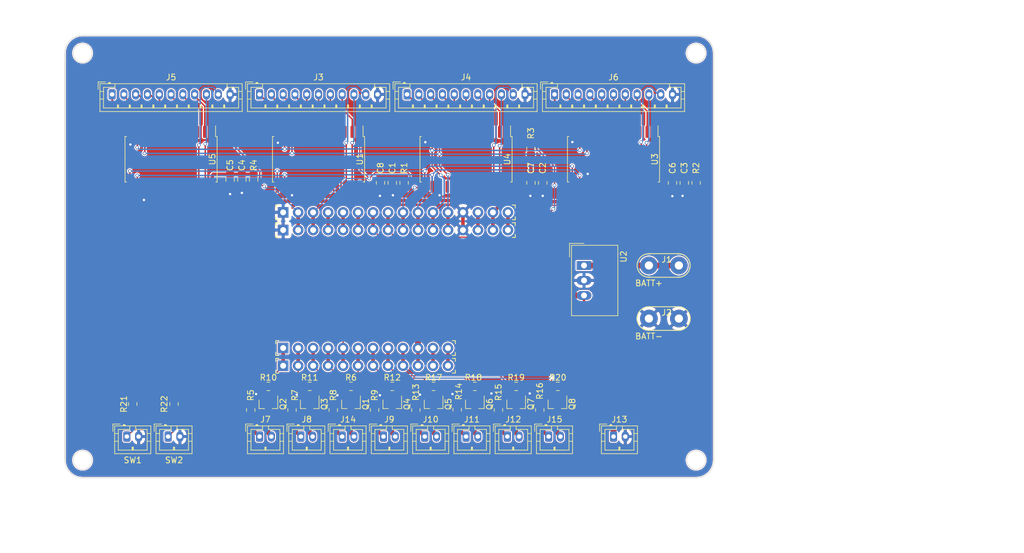
<source format=kicad_pcb>
(kicad_pcb (version 20171130) (host pcbnew "(5.1.2)-1")
  (title_block (date 2019-05-20))
  (layers (0 F.Cu signal) (31 B.Cu signal) (34 B.Paste user) (35 F.Paste user) (36 B.SilkS user) (37 F.SilkS user) (38 B.Mask user) (39 F.Mask user) (44 Edge.Cuts user))
  (net 0 "")
  (net 1 GND)
  (net 2 S0)
  (net 3 VCC)
  (net 4 +BATT)
  (net 5 "Net-(J3-Pad1)")
  (net 6 "Net-(J3-Pad2)")
  (net 7 "Net-(J3-Pad3)")
  (net 8 "Net-(J3-Pad4)")
  (net 9 "Net-(J3-Pad5)")
  (net 10 "Net-(J3-Pad6)")
  (net 11 "Net-(J3-Pad7)")
  (net 12 "Net-(J3-Pad8)")
  (net 13 "Net-(J3-Pad9)")
  (net 14 "Net-(J3-Pad10)")
  (net 15 "Net-(J4-Pad10)")
  (net 16 "Net-(J4-Pad9)")
  (net 17 "Net-(J4-Pad8)")
  (net 18 "Net-(J4-Pad7)")
  (net 19 "Net-(J4-Pad6)")
  (net 20 "Net-(J4-Pad5)")
  (net 21 "Net-(J4-Pad4)")
  (net 22 "Net-(J4-Pad3)")
  (net 23 "Net-(J4-Pad2)")
  (net 24 "Net-(J4-Pad1)")
  (net 25 "Net-(J5-Pad1)")
  (net 26 "Net-(J5-Pad2)")
  (net 27 "Net-(J5-Pad3)")
  (net 28 "Net-(J5-Pad4)")
  (net 29 "Net-(J5-Pad5)")
  (net 30 "Net-(J5-Pad6)")
  (net 31 "Net-(J5-Pad7)")
  (net 32 "Net-(J5-Pad8)")
  (net 33 "Net-(J5-Pad9)")
  (net 34 "Net-(J5-Pad10)")
  (net 35 "Net-(J6-Pad10)")
  (net 36 "Net-(J6-Pad9)")
  (net 37 "Net-(J6-Pad8)")
  (net 38 "Net-(J6-Pad7)")
  (net 39 "Net-(J6-Pad6)")
  (net 40 "Net-(J6-Pad5)")
  (net 41 "Net-(J6-Pad4)")
  (net 42 "Net-(J6-Pad3)")
  (net 43 "Net-(J6-Pad2)")
  (net 44 "Net-(J6-Pad1)")
  (net 45 "Net-(J7-Pad1)")
  (net 46 "Net-(J7-Pad2)")
  (net 47 "Net-(J8-Pad1)")
  (net 48 "Net-(J8-Pad2)")
  (net 49 "Net-(J9-Pad1)")
  (net 50 "Net-(J9-Pad2)")
  (net 51 "Net-(J10-Pad1)")
  (net 52 "Net-(J10-Pad2)")
  (net 53 "Net-(J11-Pad2)")
  (net 54 "Net-(J11-Pad1)")
  (net 55 "Net-(J12-Pad2)")
  (net 56 "Net-(J12-Pad1)")
  (net 57 "Net-(J14-Pad1)")
  (net 58 "Net-(J14-Pad2)")
  (net 59 "Net-(J15-Pad2)")
  (net 60 "Net-(J15-Pad1)")
  (net 61 /EN)
  (net 62 /VBAT)
  (net 63 +5V)
  (net 64 LED8)
  (net 65 LED7)
  (net 66 BUTT1)
  (net 67 LED5)
  (net 68 LED6)
  (net 69 LED4)
  (net 70 LED3)
  (net 71 LED2)
  (net 72 /~RESET)
  (net 73 /AREF)
  (net 74 LED1)
  (net 75 KNOB4)
  (net 76 /MISO)
  (net 77 KNOB3)
  (net 78 /SCK)
  (net 79 /MOSI)
  (net 80 KNOB2)
  (net 81 KNOB1)
  (net 82 S3)
  (net 83 S1)
  (net 84 S2)
  (net 85 "Net-(Q1-Pad1)")
  (net 86 "Net-(Q2-Pad1)")
  (net 87 "Net-(Q3-Pad1)")
  (net 88 "Net-(Q4-Pad1)")
  (net 89 "Net-(Q5-Pad1)")
  (net 90 "Net-(Q6-Pad1)")
  (net 91 "Net-(Q7-Pad1)")
  (net 92 "Net-(Q8-Pad1)")
  (net 93 "Net-(U1-Pad21)")
  (net 94 "Net-(U1-Pad20)")
  (net 95 "Net-(U1-Pad19)")
  (net 96 "Net-(U1-Pad18)")
  (net 97 "Net-(U1-Pad17)")
  (net 98 "Net-(U1-Pad16)")
  (net 99 "Net-(U3-Pad16)")
  (net 100 "Net-(U3-Pad17)")
  (net 101 "Net-(U3-Pad18)")
  (net 102 "Net-(U3-Pad19)")
  (net 103 "Net-(U3-Pad20)")
  (net 104 "Net-(U3-Pad21)")
  (net 105 "Net-(U4-Pad21)")
  (net 106 "Net-(U4-Pad20)")
  (net 107 "Net-(U4-Pad19)")
  (net 108 "Net-(U4-Pad18)")
  (net 109 "Net-(U4-Pad17)")
  (net 110 "Net-(U4-Pad16)")
  (net 111 "Net-(U5-Pad16)")
  (net 112 "Net-(U5-Pad17)")
  (net 113 "Net-(U5-Pad18)")
  (net 114 "Net-(U5-Pad19)")
  (net 115 "Net-(U5-Pad20)")
  (net 116 "Net-(U5-Pad21)")
  (module Connector_JST:JST_PH_B2B-PH-K_1x02_P2.00mm_Vertical (layer F.Cu) (at 164 93)
    (fp_text reference J11 (at 1 -2.9) (layer F.SilkS))
    (fp_text value LED)
    (pad 2 thru_hole oval (at 2 0) (size 1.2 1.75) (drill 0.75) (layers *.Cu *.Mask) (net 53 "Net-(J11-Pad2)"))
    (pad 1 thru_hole roundrect (at 0 0) (size 1.2 1.75) (drill 0.75) (layers *.Cu *.Mask) (roundrect_rratio 0.208333) (net 54 "Net-(J11-Pad1)"))
  )
  (module Connector_JST:JST_PH_B2B-PH-K_1x02_P2.00mm_Vertical (layer F.Cu) (at 129 93)
    (fp_text reference J7 (at 1 -2.9) (layer F.SilkS))
    (fp_text value LED)
    (pad 1 thru_hole roundrect (at 0 0) (size 1.2 1.75) (drill 0.75) (layers *.Cu *.Mask) (roundrect_rratio 0.208333) (net 45 "Net-(J7-Pad1)"))
    (pad 2 thru_hole oval (at 2 0) (size 1.2 1.75) (drill 0.75) (layers *.Cu *.Mask) (net 46 "Net-(J7-Pad2)"))
  )
  (module Connector_JST:JST_PH_B2B-PH-K_1x02_P2.00mm_Vertical (layer F.Cu) (at 150 93)
    (fp_text reference J9 (at 1 -2.9) (layer F.SilkS))
    (fp_text value LED)
    (pad 1 thru_hole roundrect (at 0 0) (size 1.2 1.75) (drill 0.75) (layers *.Cu *.Mask) (roundrect_rratio 0.208333) (net 49 "Net-(J9-Pad1)"))
    (pad 2 thru_hole oval (at 2 0) (size 1.2 1.75) (drill 0.75) (layers *.Cu *.Mask) (net 50 "Net-(J9-Pad2)"))
  )
  (module Connector_JST:JST_PH_B2B-PH-K_1x02_P2.00mm_Vertical (layer F.Cu) (at 189 93)
    (fp_text reference J13 (at 1 -2.9) (layer F.SilkS))
    (fp_text value PLED)
    (pad 2 thru_hole oval (at 2 0) (size 1.2 1.75) (drill 0.75) (layers *.Cu *.Mask) (net 1 GND))
    (pad 1 thru_hole roundrect (at 0 0) (size 1.2 1.75) (drill 0.75) (layers *.Cu *.Mask) (roundrect_rratio 0.208333) (net 4 +BATT))
  )
  (module Connector_JST:JST_PH_B2B-PH-K_1x02_P2.00mm_Vertical (layer F.Cu) (at 143 93)
    (fp_text reference J14 (at 1 -2.9) (layer F.SilkS))
    (fp_text value LED)
    (pad 1 thru_hole roundrect (at 0 0) (size 1.2 1.75) (drill 0.75) (layers *.Cu *.Mask) (roundrect_rratio 0.208333) (net 57 "Net-(J14-Pad1)"))
    (pad 2 thru_hole oval (at 2 0) (size 1.2 1.75) (drill 0.75) (layers *.Cu *.Mask) (net 58 "Net-(J14-Pad2)"))
  )
  (module Connector_JST:JST_PH_B2B-PH-K_1x02_P2.00mm_Vertical (layer F.Cu) (at 136 93)
    (fp_text reference J8 (at 1 -2.9) (layer F.SilkS))
    (fp_text value LED)
    (pad 1 thru_hole roundrect (at 0 0) (size 1.2 1.75) (drill 0.75) (layers *.Cu *.Mask) (roundrect_rratio 0.208333) (net 47 "Net-(J8-Pad1)"))
    (pad 2 thru_hole oval (at 2 0) (size 1.2 1.75) (drill 0.75) (layers *.Cu *.Mask) (net 48 "Net-(J8-Pad2)"))
  )
  (module Connector_JST:JST_PH_B2B-PH-K_1x02_P2.00mm_Vertical (layer F.Cu) (at 157 93)
    (fp_text reference J10 (at 1 -2.9) (layer F.SilkS))
    (fp_text value LED)
    (pad 1 thru_hole roundrect (at 0 0) (size 1.2 1.75) (drill 0.75) (layers *.Cu *.Mask) (roundrect_rratio 0.208333) (net 51 "Net-(J10-Pad1)"))
    (pad 2 thru_hole oval (at 2 0) (size 1.2 1.75) (drill 0.75) (layers *.Cu *.Mask) (net 52 "Net-(J10-Pad2)"))
  )
  (module Connector_JST:JST_PH_B2B-PH-K_1x02_P2.00mm_Vertical (layer F.Cu) (at 178 93)
    (fp_text reference J15 (at 1 -2.9) (layer F.SilkS))
    (fp_text value LED)
    (pad 2 thru_hole oval (at 2 0) (size 1.2 1.75) (drill 0.75) (layers *.Cu *.Mask) (net 59 "Net-(J15-Pad2)"))
    (pad 1 thru_hole roundrect (at 0 0) (size 1.2 1.75) (drill 0.75) (layers *.Cu *.Mask) (roundrect_rratio 0.208333) (net 60 "Net-(J15-Pad1)"))
  )
  (module Connector_JST:JST_PH_B2B-PH-K_1x02_P2.00mm_Vertical (layer F.Cu) (at 171 93)
    (fp_text reference J12 (at 1 -2.9) (layer F.SilkS))
    (fp_text value LED)
    (pad 2 thru_hole oval (at 2 0) (size 1.2 1.75) (drill 0.75) (layers *.Cu *.Mask) (net 55 "Net-(J12-Pad2)"))
    (pad 1 thru_hole roundrect (at 0 0) (size 1.2 1.75) (drill 0.75) (layers *.Cu *.Mask) (roundrect_rratio 0.208333) (net 56 "Net-(J12-Pad1)"))
  )
  (module Adafruit_FeatherWing:PCB_FeatherWing_NoHoles (layer F.Cu) (at 152 68 180)
    (fp_text reference PCB**)
    (fp_text value VAL**)
  )
  (module Capacitor_SMD:C_0805_2012Metric (layer F.Cu) (at 151.5 50 270)
    (fp_text reference C1 (at -2.5 0 90) (layer F.SilkS))
    (fp_text value 0.1uF)
    (pad 2 smd roundrect (at 0.9375 0 270) (size 0.975 1.4) (layers F.Cu F.Paste F.Mask) (net 1 GND))
    (pad 1 smd roundrect (at -0.9375 0 270) (size 0.975 1.4) (layers F.Cu F.Paste F.Mask) (net 3 VCC))
  )
  (module Capacitor_SMD:C_0805_2012Metric (layer F.Cu) (at 177 50 270)
    (fp_text reference C2 (at -2.5 0 90) (layer F.SilkS))
    (fp_text value 0.1uF)
    (pad 1 smd roundrect (at -0.9375 0 270) (size 0.975 1.4) (layers F.Cu F.Paste F.Mask) (net 3 VCC))
    (pad 2 smd roundrect (at 0.9375 0 270) (size 0.975 1.4) (layers F.Cu F.Paste F.Mask) (net 1 GND))
  )
  (module Capacitor_SMD:C_0805_2012Metric (layer F.Cu) (at 201 50 270)
    (fp_text reference C3 (at -2.5 0 90) (layer F.SilkS))
    (fp_text value 0.1uF)
    (pad 2 smd roundrect (at 0.9375 0 270) (size 0.975 1.4) (layers F.Cu F.Paste F.Mask) (net 1 GND))
    (pad 1 smd roundrect (at -0.9375 0 270) (size 0.975 1.4) (layers F.Cu F.Paste F.Mask) (net 3 VCC))
  )
  (module Capacitor_SMD:C_0805_2012Metric (layer F.Cu) (at 126 49.5 270)
    (fp_text reference C4 (at -2.5 0 90) (layer F.SilkS))
    (fp_text value 0.1uF)
    (pad 1 smd roundrect (at -0.9375 0 270) (size 0.975 1.4) (layers F.Cu F.Paste F.Mask) (net 3 VCC))
    (pad 2 smd roundrect (at 0.9375 0 270) (size 0.975 1.4) (layers F.Cu F.Paste F.Mask) (net 1 GND))
  )
  (module Capacitor_SMD:C_0805_2012Metric (layer F.Cu) (at 124 49.5 270)
    (fp_text reference C5 (at -2.5 0 90) (layer F.SilkS))
    (fp_text value 0.1uF)
    (pad 1 smd roundrect (at -0.9375 0 270) (size 0.975 1.4) (layers F.Cu F.Paste F.Mask) (net 3 VCC))
    (pad 2 smd roundrect (at 0.9375 0 270) (size 0.975 1.4) (layers F.Cu F.Paste F.Mask) (net 1 GND))
  )
  (module Capacitor_SMD:C_0805_2012Metric (layer F.Cu) (at 199 50 270)
    (fp_text reference C6 (at -2.5 0 90) (layer F.SilkS))
    (fp_text value 0.1uF)
    (pad 1 smd roundrect (at -0.9375 0 270) (size 0.975 1.4) (layers F.Cu F.Paste F.Mask) (net 3 VCC))
    (pad 2 smd roundrect (at 0.9375 0 270) (size 0.975 1.4) (layers F.Cu F.Paste F.Mask) (net 1 GND))
  )
  (module Capacitor_SMD:C_0805_2012Metric (layer F.Cu) (at 175 50 270)
    (fp_text reference C7 (at -2.5 0 90) (layer F.SilkS))
    (fp_text value 0.1uF)
    (pad 2 smd roundrect (at 0.9375 0 270) (size 0.975 1.4) (layers F.Cu F.Paste F.Mask) (net 1 GND))
    (pad 1 smd roundrect (at -0.9375 0 270) (size 0.975 1.4) (layers F.Cu F.Paste F.Mask) (net 3 VCC))
  )
  (module Capacitor_SMD:C_0805_2012Metric (layer F.Cu) (at 149.5 50 270)
    (fp_text reference C8 (at -2.5 0 90) (layer F.SilkS))
    (fp_text value 0.1uF)
    (pad 2 smd roundrect (at 0.9375 0 270) (size 0.975 1.4) (layers F.Cu F.Paste F.Mask) (net 1 GND))
    (pad 1 smd roundrect (at -0.9375 0 270) (size 0.975 1.4) (layers F.Cu F.Paste F.Mask) (net 3 VCC))
  )
  (module project_footprints:connect_QC_Male (layer F.Cu) (at 195 64)
    (fp_text reference J1 (at 3 -1) (layer F.SilkS))
    (fp_text value BATT+ (at 0 3) (layer F.SilkS))
    (pad 1 thru_hole circle (at 5.08 0) (size 3 3) (drill 1.4) (layers *.Cu *.Mask) (net 4 +BATT))
    (pad 1 thru_hole circle (at 0 0) (size 3 3) (drill 1.4) (layers *.Cu *.Mask) (net 4 +BATT))
  )
  (module project_footprints:connect_QC_Male (layer F.Cu) (at 195 73)
    (fp_text reference J2 (at 3 -1) (layer F.SilkS))
    (fp_text value BATT- (at 0 3) (layer F.SilkS))
    (pad 1 thru_hole circle (at 0 0) (size 3 3) (drill 1.4) (layers *.Cu *.Mask) (net 1 GND))
    (pad 1 thru_hole circle (at 5.08 0) (size 3 3) (drill 1.4) (layers *.Cu *.Mask) (net 1 GND))
  )
  (module Connector_JST:JST_PH_B11B-PH-K_1x11_P2.00mm_Vertical (layer F.Cu) (at 129 35)
    (fp_text reference J3 (at 10 -2.9) (layer F.SilkS))
    (fp_text value FLOW1)
    (pad 1 thru_hole roundrect (at 0 0) (size 1.2 1.75) (drill 0.75) (layers *.Cu *.Mask) (roundrect_rratio 0.208333) (net 5 "Net-(J3-Pad1)"))
    (pad 2 thru_hole oval (at 2 0) (size 1.2 1.75) (drill 0.75) (layers *.Cu *.Mask) (net 6 "Net-(J3-Pad2)"))
    (pad 3 thru_hole oval (at 4 0) (size 1.2 1.75) (drill 0.75) (layers *.Cu *.Mask) (net 7 "Net-(J3-Pad3)"))
    (pad 4 thru_hole oval (at 6 0) (size 1.2 1.75) (drill 0.75) (layers *.Cu *.Mask) (net 8 "Net-(J3-Pad4)"))
    (pad 5 thru_hole oval (at 8 0) (size 1.2 1.75) (drill 0.75) (layers *.Cu *.Mask) (net 9 "Net-(J3-Pad5)"))
    (pad 6 thru_hole oval (at 10 0) (size 1.2 1.75) (drill 0.75) (layers *.Cu *.Mask) (net 10 "Net-(J3-Pad6)"))
    (pad 7 thru_hole oval (at 12 0) (size 1.2 1.75) (drill 0.75) (layers *.Cu *.Mask) (net 11 "Net-(J3-Pad7)"))
    (pad 8 thru_hole oval (at 14 0) (size 1.2 1.75) (drill 0.75) (layers *.Cu *.Mask) (net 12 "Net-(J3-Pad8)"))
    (pad 9 thru_hole oval (at 16 0) (size 1.2 1.75) (drill 0.75) (layers *.Cu *.Mask) (net 13 "Net-(J3-Pad9)"))
    (pad 10 thru_hole oval (at 18 0) (size 1.2 1.75) (drill 0.75) (layers *.Cu *.Mask) (net 14 "Net-(J3-Pad10)"))
    (pad 11 thru_hole oval (at 20 0) (size 1.2 1.75) (drill 0.75) (layers *.Cu *.Mask) (net 1 GND))
  )
  (module Connector_JST:JST_PH_B11B-PH-K_1x11_P2.00mm_Vertical (layer F.Cu) (at 154 35)
    (fp_text reference J4 (at 10 -2.9) (layer F.SilkS))
    (fp_text value FLOW1)
    (pad 11 thru_hole oval (at 20 0) (size 1.2 1.75) (drill 0.75) (layers *.Cu *.Mask) (net 1 GND))
    (pad 10 thru_hole oval (at 18 0) (size 1.2 1.75) (drill 0.75) (layers *.Cu *.Mask) (net 15 "Net-(J4-Pad10)"))
    (pad 9 thru_hole oval (at 16 0) (size 1.2 1.75) (drill 0.75) (layers *.Cu *.Mask) (net 16 "Net-(J4-Pad9)"))
    (pad 8 thru_hole oval (at 14 0) (size 1.2 1.75) (drill 0.75) (layers *.Cu *.Mask) (net 17 "Net-(J4-Pad8)"))
    (pad 7 thru_hole oval (at 12 0) (size 1.2 1.75) (drill 0.75) (layers *.Cu *.Mask) (net 18 "Net-(J4-Pad7)"))
    (pad 6 thru_hole oval (at 10 0) (size 1.2 1.75) (drill 0.75) (layers *.Cu *.Mask) (net 19 "Net-(J4-Pad6)"))
    (pad 5 thru_hole oval (at 8 0) (size 1.2 1.75) (drill 0.75) (layers *.Cu *.Mask) (net 20 "Net-(J4-Pad5)"))
    (pad 4 thru_hole oval (at 6 0) (size 1.2 1.75) (drill 0.75) (layers *.Cu *.Mask) (net 21 "Net-(J4-Pad4)"))
    (pad 3 thru_hole oval (at 4 0) (size 1.2 1.75) (drill 0.75) (layers *.Cu *.Mask) (net 22 "Net-(J4-Pad3)"))
    (pad 2 thru_hole oval (at 2 0) (size 1.2 1.75) (drill 0.75) (layers *.Cu *.Mask) (net 23 "Net-(J4-Pad2)"))
    (pad 1 thru_hole roundrect (at 0 0) (size 1.2 1.75) (drill 0.75) (layers *.Cu *.Mask) (roundrect_rratio 0.208333) (net 24 "Net-(J4-Pad1)"))
  )
  (module Connector_JST:JST_PH_B11B-PH-K_1x11_P2.00mm_Vertical (layer F.Cu) (at 104 35)
    (fp_text reference J5 (at 10 -2.9) (layer F.SilkS))
    (fp_text value FLOW1)
    (pad 1 thru_hole roundrect (at 0 0) (size 1.2 1.75) (drill 0.75) (layers *.Cu *.Mask) (roundrect_rratio 0.208333) (net 25 "Net-(J5-Pad1)"))
    (pad 2 thru_hole oval (at 2 0) (size 1.2 1.75) (drill 0.75) (layers *.Cu *.Mask) (net 26 "Net-(J5-Pad2)"))
    (pad 3 thru_hole oval (at 4 0) (size 1.2 1.75) (drill 0.75) (layers *.Cu *.Mask) (net 27 "Net-(J5-Pad3)"))
    (pad 4 thru_hole oval (at 6 0) (size 1.2 1.75) (drill 0.75) (layers *.Cu *.Mask) (net 28 "Net-(J5-Pad4)"))
    (pad 5 thru_hole oval (at 8 0) (size 1.2 1.75) (drill 0.75) (layers *.Cu *.Mask) (net 29 "Net-(J5-Pad5)"))
    (pad 6 thru_hole oval (at 10 0) (size 1.2 1.75) (drill 0.75) (layers *.Cu *.Mask) (net 30 "Net-(J5-Pad6)"))
    (pad 7 thru_hole oval (at 12 0) (size 1.2 1.75) (drill 0.75) (layers *.Cu *.Mask) (net 31 "Net-(J5-Pad7)"))
    (pad 8 thru_hole oval (at 14 0) (size 1.2 1.75) (drill 0.75) (layers *.Cu *.Mask) (net 32 "Net-(J5-Pad8)"))
    (pad 9 thru_hole oval (at 16 0) (size 1.2 1.75) (drill 0.75) (layers *.Cu *.Mask) (net 33 "Net-(J5-Pad9)"))
    (pad 10 thru_hole oval (at 18 0) (size 1.2 1.75) (drill 0.75) (layers *.Cu *.Mask) (net 34 "Net-(J5-Pad10)"))
    (pad 11 thru_hole oval (at 20 0) (size 1.2 1.75) (drill 0.75) (layers *.Cu *.Mask) (net 1 GND))
  )
  (module Connector_JST:JST_PH_B11B-PH-K_1x11_P2.00mm_Vertical (layer F.Cu) (at 179 35)
    (fp_text reference J6 (at 10 -2.9) (layer F.SilkS))
    (fp_text value FLOW1)
    (pad 11 thru_hole oval (at 20 0) (size 1.2 1.75) (drill 0.75) (layers *.Cu *.Mask) (net 1 GND))
    (pad 10 thru_hole oval (at 18 0) (size 1.2 1.75) (drill 0.75) (layers *.Cu *.Mask) (net 35 "Net-(J6-Pad10)"))
    (pad 9 thru_hole oval (at 16 0) (size 1.2 1.75) (drill 0.75) (layers *.Cu *.Mask) (net 36 "Net-(J6-Pad9)"))
    (pad 8 thru_hole oval (at 14 0) (size 1.2 1.75) (drill 0.75) (layers *.Cu *.Mask) (net 37 "Net-(J6-Pad8)"))
    (pad 7 thru_hole oval (at 12 0) (size 1.2 1.75) (drill 0.75) (layers *.Cu *.Mask) (net 38 "Net-(J6-Pad7)"))
    (pad 6 thru_hole oval (at 10 0) (size 1.2 1.75) (drill 0.75) (layers *.Cu *.Mask) (net 39 "Net-(J6-Pad6)"))
    (pad 5 thru_hole oval (at 8 0) (size 1.2 1.75) (drill 0.75) (layers *.Cu *.Mask) (net 40 "Net-(J6-Pad5)"))
    (pad 4 thru_hole oval (at 6 0) (size 1.2 1.75) (drill 0.75) (layers *.Cu *.Mask) (net 41 "Net-(J6-Pad4)"))
    (pad 3 thru_hole oval (at 4 0) (size 1.2 1.75) (drill 0.75) (layers *.Cu *.Mask) (net 42 "Net-(J6-Pad3)"))
    (pad 2 thru_hole oval (at 2 0) (size 1.2 1.75) (drill 0.75) (layers *.Cu *.Mask) (net 43 "Net-(J6-Pad2)"))
    (pad 1 thru_hole roundrect (at 0 0) (size 1.2 1.75) (drill 0.75) (layers *.Cu *.Mask) (roundrect_rratio 0.208333) (net 44 "Net-(J6-Pad1)"))
  )
  (module Adafruit_FeatherWing:Conn_PinHeader_1x12_Reduced (layer F.Cu) (at 146.97 78)
    (fp_text reference JP5)
    (fp_text value PinHeader_01x12_2.54mm)
    (pad 11 thru_hole circle (at 11.43 0) (size 1.8 1.8) (drill 1) (layers *.Cu *.Mask) (net 61 /EN))
    (pad 12 thru_hole circle (at 13.97 0) (size 1.8 1.8) (drill 1) (layers *.Cu *.Mask) (net 62 /VBAT))
    (pad 10 thru_hole circle (at 8.89 0) (size 1.8 1.8) (drill 1) (layers *.Cu *.Mask) (net 63 +5V))
    (pad 9 thru_hole circle (at 6.35 0) (size 1.8 1.8) (drill 1) (layers *.Cu *.Mask) (net 64 LED8))
    (pad 8 thru_hole circle (at 3.81 0) (size 1.8 1.8) (drill 1) (layers *.Cu *.Mask) (net 65 LED7))
    (pad 5 thru_hole circle (at -3.81 0) (size 1.8 1.8) (drill 1) (layers *.Cu *.Mask) (net 66 BUTT1))
    (pad 6 thru_hole circle (at -1.27 0) (size 1.8 1.8) (drill 1) (layers *.Cu *.Mask) (net 67 LED5))
    (pad 7 thru_hole circle (at 1.27 0) (size 1.8 1.8) (drill 1) (layers *.Cu *.Mask) (net 68 LED6))
    (pad 4 thru_hole circle (at -6.35 0) (size 1.8 1.8) (drill 1) (layers *.Cu *.Mask) (net 69 LED4))
    (pad 3 thru_hole circle (at -8.89 0) (size 1.8 1.8) (drill 1) (layers *.Cu *.Mask) (net 70 LED3))
    (pad 2 thru_hole circle (at -11.43 0) (size 1.8 1.8) (drill 1) (layers *.Cu *.Mask) (net 71 LED2))
    (pad 1 thru_hole rect (at -13.97 0) (size 1.8 1.8) (drill 1) (layers *.Cu *.Mask) (net 74 LED1))
  )
  (module Adafruit_FeatherWing:Conn_PinHeader_1x16_Reduced (layer F.Cu) (at 152.05 58)
    (fp_text reference JP6)
    (fp_text value PinHeader_01x16_2.54mm)
    (pad 16 thru_hole circle (at 19.05 0) (size 1.8 1.8) (drill 1) (layers *.Cu *.Mask) (net 72 /~RESET))
    (pad 15 thru_hole circle (at 16.51 0) (size 1.8 1.8) (drill 1) (layers *.Cu *.Mask) (net 3 VCC))
    (pad 14 thru_hole circle (at 13.97 0) (size 1.8 1.8) (drill 1) (layers *.Cu *.Mask) (net 73 /AREF))
    (pad 13 thru_hole circle (at 11.43 0) (size 1.8 1.8) (drill 1) (layers *.Cu *.Mask) (net 1 GND))
    (pad 1 thru_hole rect (at -19.05 0) (size 1.8 1.8) (drill 1) (layers *.Cu *.Mask) (net 1 GND))
    (pad 2 thru_hole circle (at -16.51 0) (size 1.8 1.8) (drill 1) (layers *.Cu *.Mask) (net 75 KNOB4))
    (pad 3 thru_hole circle (at -13.97 0) (size 1.8 1.8) (drill 1) (layers *.Cu *.Mask) (net 77 KNOB3))
    (pad 4 thru_hole circle (at -11.43 0) (size 1.8 1.8) (drill 1) (layers *.Cu *.Mask) (net 76 /MISO))
    (pad 7 thru_hole circle (at -3.81 0) (size 1.8 1.8) (drill 1) (layers *.Cu *.Mask) (net 80 KNOB2))
    (pad 6 thru_hole circle (at -6.35 0) (size 1.8 1.8) (drill 1) (layers *.Cu *.Mask) (net 78 /SCK))
    (pad 5 thru_hole circle (at -8.89 0) (size 1.8 1.8) (drill 1) (layers *.Cu *.Mask) (net 79 /MOSI))
    (pad 8 thru_hole circle (at -1.27 0) (size 1.8 1.8) (drill 1) (layers *.Cu *.Mask) (net 81 KNOB1))
    (pad 9 thru_hole circle (at 1.27 0) (size 1.8 1.8) (drill 1) (layers *.Cu *.Mask) (net 82 S3))
    (pad 10 thru_hole circle (at 3.81 0) (size 1.8 1.8) (drill 1) (layers *.Cu *.Mask) (net 84 S2))
    (pad 12 thru_hole circle (at 8.89 0) (size 1.8 1.8) (drill 1) (layers *.Cu *.Mask) (net 2 S0))
    (pad 11 thru_hole circle (at 6.35 0) (size 1.8 1.8) (drill 1) (layers *.Cu *.Mask) (net 83 S1))
  )
  (module Package_TO_SOT_SMD:SOT-23 (layer F.Cu) (at 144.5 87.5 270)
    (fp_text reference Q1 (at 0 -2.5 90) (layer F.SilkS))
    (fp_text value MMBT3904)
    (pad 3 smd rect (at 1 0 270) (size 0.9 0.8) (layers F.Cu F.Paste F.Mask) (net 58 "Net-(J14-Pad2)"))
    (pad 2 smd rect (at -1 0.95 270) (size 0.9 0.8) (layers F.Cu F.Paste F.Mask) (net 1 GND))
    (pad 1 smd rect (at -1 -0.95 270) (size 0.9 0.8) (layers F.Cu F.Paste F.Mask) (net 85 "Net-(Q1-Pad1)"))
  )
  (module Package_TO_SOT_SMD:SOT-23 (layer F.Cu) (at 130.5 87.5 270)
    (fp_text reference Q2 (at 0 -2.5 90) (layer F.SilkS))
    (fp_text value MMBT3904)
    (pad 1 smd rect (at -1 -0.95 270) (size 0.9 0.8) (layers F.Cu F.Paste F.Mask) (net 86 "Net-(Q2-Pad1)"))
    (pad 2 smd rect (at -1 0.95 270) (size 0.9 0.8) (layers F.Cu F.Paste F.Mask) (net 1 GND))
    (pad 3 smd rect (at 1 0 270) (size 0.9 0.8) (layers F.Cu F.Paste F.Mask) (net 46 "Net-(J7-Pad2)"))
  )
  (module Package_TO_SOT_SMD:SOT-23 (layer F.Cu) (at 137.5 87.5 270)
    (fp_text reference Q3 (at 0 -2.5 90) (layer F.SilkS))
    (fp_text value MMBT3904)
    (pad 3 smd rect (at 1 0 270) (size 0.9 0.8) (layers F.Cu F.Paste F.Mask) (net 48 "Net-(J8-Pad2)"))
    (pad 2 smd rect (at -1 0.95 270) (size 0.9 0.8) (layers F.Cu F.Paste F.Mask) (net 1 GND))
    (pad 1 smd rect (at -1 -0.95 270) (size 0.9 0.8) (layers F.Cu F.Paste F.Mask) (net 87 "Net-(Q3-Pad1)"))
  )
  (module Package_TO_SOT_SMD:SOT-23 (layer F.Cu) (at 151.5 87.5 270)
    (fp_text reference Q4 (at 0 -2.5 90) (layer F.SilkS))
    (fp_text value MMBT3904)
    (pad 1 smd rect (at -1 -0.95 270) (size 0.9 0.8) (layers F.Cu F.Paste F.Mask) (net 88 "Net-(Q4-Pad1)"))
    (pad 2 smd rect (at -1 0.95 270) (size 0.9 0.8) (layers F.Cu F.Paste F.Mask) (net 1 GND))
    (pad 3 smd rect (at 1 0 270) (size 0.9 0.8) (layers F.Cu F.Paste F.Mask) (net 50 "Net-(J9-Pad2)"))
  )
  (module Package_TO_SOT_SMD:SOT-23 (layer F.Cu) (at 158.5 87.5 270)
    (fp_text reference Q5 (at 0 -2.5 90) (layer F.SilkS))
    (fp_text value MMBT3904)
    (pad 3 smd rect (at 1 0 270) (size 0.9 0.8) (layers F.Cu F.Paste F.Mask) (net 52 "Net-(J10-Pad2)"))
    (pad 2 smd rect (at -1 0.95 270) (size 0.9 0.8) (layers F.Cu F.Paste F.Mask) (net 1 GND))
    (pad 1 smd rect (at -1 -0.95 270) (size 0.9 0.8) (layers F.Cu F.Paste F.Mask) (net 89 "Net-(Q5-Pad1)"))
  )
  (module Package_TO_SOT_SMD:SOT-23 (layer F.Cu) (at 165.5 87.5 270)
    (fp_text reference Q6 (at 0 -2.5 90) (layer F.SilkS))
    (fp_text value MMBT3904)
    (pad 3 smd rect (at 1 0 270) (size 0.9 0.8) (layers F.Cu F.Paste F.Mask) (net 53 "Net-(J11-Pad2)"))
    (pad 2 smd rect (at -1 0.95 270) (size 0.9 0.8) (layers F.Cu F.Paste F.Mask) (net 1 GND))
    (pad 1 smd rect (at -1 -0.95 270) (size 0.9 0.8) (layers F.Cu F.Paste F.Mask) (net 90 "Net-(Q6-Pad1)"))
  )
  (module Package_TO_SOT_SMD:SOT-23 (layer F.Cu) (at 172.5 87.5 270)
    (fp_text reference Q7 (at 0 -2.5 90) (layer F.SilkS))
    (fp_text value MMBT3904)
    (pad 1 smd rect (at -1 -0.95 270) (size 0.9 0.8) (layers F.Cu F.Paste F.Mask) (net 91 "Net-(Q7-Pad1)"))
    (pad 2 smd rect (at -1 0.95 270) (size 0.9 0.8) (layers F.Cu F.Paste F.Mask) (net 1 GND))
    (pad 3 smd rect (at 1 0 270) (size 0.9 0.8) (layers F.Cu F.Paste F.Mask) (net 55 "Net-(J12-Pad2)"))
  )
  (module Package_TO_SOT_SMD:SOT-23 (layer F.Cu) (at 179.5 87.5 270)
    (fp_text reference Q8 (at 0 -2.5 90) (layer F.SilkS))
    (fp_text value MMBT3904)
    (pad 1 smd rect (at -1 -0.95 270) (size 0.9 0.8) (layers F.Cu F.Paste F.Mask) (net 92 "Net-(Q8-Pad1)"))
    (pad 2 smd rect (at -1 0.95 270) (size 0.9 0.8) (layers F.Cu F.Paste F.Mask) (net 1 GND))
    (pad 3 smd rect (at 1 0 270) (size 0.9 0.8) (layers F.Cu F.Paste F.Mask) (net 59 "Net-(J15-Pad2)"))
  )
  (module Resistor_SMD:R_0805_2012Metric (layer F.Cu) (at 153.5 50 270)
    (fp_text reference R1 (at -2.5 0 90) (layer F.SilkS))
    (fp_text value 10K)
    (pad 1 smd roundrect (at -0.9375 0 270) (size 0.975 1.4) (layers F.Cu F.Paste F.Mask) (net 3 VCC))
    (pad 2 smd roundrect (at 0.9375 0 270) (size 0.975 1.4) (layers F.Cu F.Paste F.Mask) (net 77 KNOB3))
  )
  (module Resistor_SMD:R_0805_2012Metric (layer F.Cu) (at 203 50 270)
    (fp_text reference R2 (at -2.5 0 90) (layer F.SilkS))
    (fp_text value 10K)
    (pad 1 smd roundrect (at -0.9375 0 270) (size 0.975 1.4) (layers F.Cu F.Paste F.Mask) (net 3 VCC))
    (pad 2 smd roundrect (at 0.9375 0 270) (size 0.975 1.4) (layers F.Cu F.Paste F.Mask) (net 81 KNOB1))
  )
  (module Resistor_SMD:R_0805_2012Metric (layer F.Cu) (at 175 44.2 90)
    (fp_text reference R3 (at 2.6 0 90) (layer F.SilkS))
    (fp_text value 10K)
    (pad 1 smd roundrect (at -0.9375 0 90) (size 0.975 1.4) (layers F.Cu F.Paste F.Mask) (net 3 VCC))
    (pad 2 smd roundrect (at 0.9375 0 90) (size 0.975 1.4) (layers F.Cu F.Paste F.Mask) (net 80 KNOB2))
  )
  (module Resistor_SMD:R_0805_2012Metric (layer F.Cu) (at 128 49.5 270)
    (fp_text reference R4 (at -2.5 0 90) (layer F.SilkS))
    (fp_text value 10K)
    (pad 1 smd roundrect (at -0.9375 0 270) (size 0.975 1.4) (layers F.Cu F.Paste F.Mask) (net 3 VCC))
    (pad 2 smd roundrect (at 0.9375 0 270) (size 0.975 1.4) (layers F.Cu F.Paste F.Mask) (net 75 KNOB4))
  )
  (module Resistor_SMD:R_0805_2012Metric (layer F.Cu) (at 127.5 88.5 90)
    (fp_text reference R5 (at 2.5 0 90) (layer F.SilkS))
    (fp_text value 1k)
    (pad 1 smd roundrect (at -0.9375 0 90) (size 0.975 1.4) (layers F.Cu F.Paste F.Mask) (net 45 "Net-(J7-Pad1)"))
    (pad 2 smd roundrect (at 0.9375 0 90) (size 0.975 1.4) (layers F.Cu F.Paste F.Mask) (net 63 +5V))
  )
  (module Resistor_SMD:R_0805_2012Metric (layer F.Cu) (at 144.5 84.5 180)
    (fp_text reference R6 (at 0 1.5) (layer F.SilkS))
    (fp_text value 1k)
    (pad 2 smd roundrect (at 0.9375 0 180) (size 0.975 1.4) (layers F.Cu F.Paste F.Mask) (net 70 LED3))
    (pad 1 smd roundrect (at -0.9375 0 180) (size 0.975 1.4) (layers F.Cu F.Paste F.Mask) (net 85 "Net-(Q1-Pad1)"))
  )
  (module Resistor_SMD:R_0805_2012Metric (layer F.Cu) (at 134.5 88.5 90)
    (fp_text reference R7 (at 2.5 0.5 90) (layer F.SilkS))
    (fp_text value 1k)
    (pad 2 smd roundrect (at 0.9375 0 90) (size 0.975 1.4) (layers F.Cu F.Paste F.Mask) (net 63 +5V))
    (pad 1 smd roundrect (at -0.9375 0 90) (size 0.975 1.4) (layers F.Cu F.Paste F.Mask) (net 47 "Net-(J8-Pad1)"))
  )
  (module Resistor_SMD:R_0805_2012Metric (layer F.Cu) (at 141.5 88.5 90)
    (fp_text reference R8 (at 2.5 0 90) (layer F.SilkS))
    (fp_text value 1k)
    (pad 1 smd roundrect (at -0.9375 0 90) (size 0.975 1.4) (layers F.Cu F.Paste F.Mask) (net 57 "Net-(J14-Pad1)"))
    (pad 2 smd roundrect (at 0.9375 0 90) (size 0.975 1.4) (layers F.Cu F.Paste F.Mask) (net 63 +5V))
  )
  (module Resistor_SMD:R_0805_2012Metric (layer F.Cu) (at 148.5 88.5 90)
    (fp_text reference R9 (at 2.5 0 90) (layer F.SilkS))
    (fp_text value 1k)
    (pad 1 smd roundrect (at -0.9375 0 90) (size 0.975 1.4) (layers F.Cu F.Paste F.Mask) (net 49 "Net-(J9-Pad1)"))
    (pad 2 smd roundrect (at 0.9375 0 90) (size 0.975 1.4) (layers F.Cu F.Paste F.Mask) (net 63 +5V))
  )
  (module Resistor_SMD:R_0805_2012Metric (layer F.Cu) (at 130.5 84.5 180)
    (fp_text reference R10 (at 0 1.5) (layer F.SilkS))
    (fp_text value 1k)
    (pad 1 smd roundrect (at -0.9375 0 180) (size 0.975 1.4) (layers F.Cu F.Paste F.Mask) (net 86 "Net-(Q2-Pad1)"))
    (pad 2 smd roundrect (at 0.9375 0 180) (size 0.975 1.4) (layers F.Cu F.Paste F.Mask) (net 74 LED1))
  )
  (module Resistor_SMD:R_0805_2012Metric (layer F.Cu) (at 137.5 84.5 180)
    (fp_text reference R11 (at 0 1.5) (layer F.SilkS))
    (fp_text value 1k)
    (pad 2 smd roundrect (at 0.9375 0 180) (size 0.975 1.4) (layers F.Cu F.Paste F.Mask) (net 71 LED2))
    (pad 1 smd roundrect (at -0.9375 0 180) (size 0.975 1.4) (layers F.Cu F.Paste F.Mask) (net 87 "Net-(Q3-Pad1)"))
  )
  (module Resistor_SMD:R_0805_2012Metric (layer F.Cu) (at 151.5 84.5 180)
    (fp_text reference R12 (at 0 1.5) (layer F.SilkS))
    (fp_text value 1k)
    (pad 2 smd roundrect (at 0.9375 0 180) (size 0.975 1.4) (layers F.Cu F.Paste F.Mask) (net 69 LED4))
    (pad 1 smd roundrect (at -0.9375 0 180) (size 0.975 1.4) (layers F.Cu F.Paste F.Mask) (net 88 "Net-(Q4-Pad1)"))
  )
  (module Resistor_SMD:R_0805_2012Metric (layer F.Cu) (at 155.5 88.5 90)
    (fp_text reference R13 (at 3 0 90) (layer F.SilkS))
    (fp_text value 1k)
    (pad 2 smd roundrect (at 0.9375 0 90) (size 0.975 1.4) (layers F.Cu F.Paste F.Mask) (net 63 +5V))
    (pad 1 smd roundrect (at -0.9375 0 90) (size 0.975 1.4) (layers F.Cu F.Paste F.Mask) (net 51 "Net-(J10-Pad1)"))
  )
  (module Resistor_SMD:R_0805_2012Metric (layer F.Cu) (at 162.5 88.4375 90)
    (fp_text reference R14 (at 3.074999 0.274999 90) (layer F.SilkS))
    (fp_text value 1k)
    (pad 1 smd roundrect (at -0.9375 0 90) (size 0.975 1.4) (layers F.Cu F.Paste F.Mask) (net 54 "Net-(J11-Pad1)"))
    (pad 2 smd roundrect (at 0.9375 0 90) (size 0.975 1.4) (layers F.Cu F.Paste F.Mask) (net 63 +5V))
  )
  (module Resistor_SMD:R_0805_2012Metric (layer F.Cu) (at 169.5 88.5 90)
    (fp_text reference R15 (at 3 0 90) (layer F.SilkS))
    (fp_text value 1k)
    (pad 2 smd roundrect (at 0.9375 0 90) (size 0.975 1.4) (layers F.Cu F.Paste F.Mask) (net 63 +5V))
    (pad 1 smd roundrect (at -0.9375 0 90) (size 0.975 1.4) (layers F.Cu F.Paste F.Mask) (net 56 "Net-(J12-Pad1)"))
  )
  (module Resistor_SMD:R_0805_2012Metric (layer F.Cu) (at 176.5 88.5 90)
    (fp_text reference R16 (at 3.214999 0 90) (layer F.SilkS))
    (fp_text value 1k)
    (pad 2 smd roundrect (at 0.9375 0 90) (size 0.975 1.4) (layers F.Cu F.Paste F.Mask) (net 63 +5V))
    (pad 1 smd roundrect (at -0.9375 0 90) (size 0.975 1.4) (layers F.Cu F.Paste F.Mask) (net 60 "Net-(J15-Pad1)"))
  )
  (module Resistor_SMD:R_0805_2012Metric (layer F.Cu) (at 158.5 84.5 180)
    (fp_text reference R17 (at 0 1.5) (layer F.SilkS))
    (fp_text value 1k)
    (pad 1 smd roundrect (at -0.9375 0 180) (size 0.975 1.4) (layers F.Cu F.Paste F.Mask) (net 89 "Net-(Q5-Pad1)"))
    (pad 2 smd roundrect (at 0.9375 0 180) (size 0.975 1.4) (layers F.Cu F.Paste F.Mask) (net 67 LED5))
  )
  (module Resistor_SMD:R_0805_2012Metric (layer F.Cu) (at 165.5 84.5 180)
    (fp_text reference R18 (at 0.25 1.5) (layer F.SilkS))
    (fp_text value 1k)
    (pad 2 smd roundrect (at 0.9375 0 180) (size 0.975 1.4) (layers F.Cu F.Paste F.Mask) (net 68 LED6))
    (pad 1 smd roundrect (at -0.9375 0 180) (size 0.975 1.4) (layers F.Cu F.Paste F.Mask) (net 90 "Net-(Q6-Pad1)"))
  )
  (module Resistor_SMD:R_0805_2012Metric (layer F.Cu) (at 172.5 84.5 180)
    (fp_text reference R19 (at 0 1.5) (layer F.SilkS))
    (fp_text value 1k)
    (pad 2 smd roundrect (at 0.9375 0 180) (size 0.975 1.4) (layers F.Cu F.Paste F.Mask) (net 65 LED7))
    (pad 1 smd roundrect (at -0.9375 0 180) (size 0.975 1.4) (layers F.Cu F.Paste F.Mask) (net 91 "Net-(Q7-Pad1)"))
  )
  (module Resistor_SMD:R_0805_2012Metric (layer F.Cu) (at 179.5625 84.5 180)
    (fp_text reference R20 (at 0 1.5) (layer F.SilkS))
    (fp_text value 1k)
    (pad 2 smd roundrect (at 0.9375 0 180) (size 0.975 1.4) (layers F.Cu F.Paste F.Mask) (net 64 LED8))
    (pad 1 smd roundrect (at -0.9375 0 180) (size 0.975 1.4) (layers F.Cu F.Paste F.Mask) (net 92 "Net-(Q8-Pad1)"))
  )
  (module Resistor_SMD:R_0805_2012Metric (layer F.Cu) (at 107.5 87.5 90)
    (fp_text reference R21 (at 0 -1.5 90) (layer F.SilkS))
    (fp_text value 10K)
    (pad 2 smd roundrect (at 0.9375 0 90) (size 0.975 1.4) (layers F.Cu F.Paste F.Mask) (net 66 BUTT1))
    (pad 1 smd roundrect (at -0.9375 0 90) (size 0.975 1.4) (layers F.Cu F.Paste F.Mask) (net 3 VCC))
  )
  (module Connector_JST:JST_PH_B2B-PH-K_1x02_P2.00mm_Vertical (layer F.Cu) (at 106.5 93)
    (fp_text reference SW1 (at 1 4) (layer F.SilkS))
    (fp_text value PUSH hide)
    (pad 1 thru_hole roundrect (at 0 0) (size 1.2 1.75) (drill 0.75) (layers *.Cu *.Mask) (roundrect_rratio 0.208333) (net 66 BUTT1))
    (pad 2 thru_hole oval (at 2 0) (size 1.2 1.75) (drill 0.75) (layers *.Cu *.Mask) (net 1 GND))
  )
  (module Package_SO:SOIC-24W_7.5x15.4mm_P1.27mm (layer F.Cu) (at 139 46 270)
    (fp_text reference U1 (at 0 -7 90) (layer F.SilkS))
    (fp_text value CD74HC4067M)
    (pad 24 smd roundrect (at 4.65 -6.985 270) (size 2.05 0.6) (layers F.Cu F.Paste F.Mask) (net 3 VCC))
    (pad 23 smd roundrect (at 4.65 -5.715 270) (size 2.05 0.6) (layers F.Cu F.Paste F.Mask) (net 13 "Net-(J3-Pad9)"))
    (pad 22 smd roundrect (at 4.65 -4.445 270) (size 2.05 0.6) (layers F.Cu F.Paste F.Mask) (net 14 "Net-(J3-Pad10)"))
    (pad 21 smd roundrect (at 4.65 -3.175 270) (size 2.05 0.6) (layers F.Cu F.Paste F.Mask) (net 93 "Net-(U1-Pad21)"))
    (pad 20 smd roundrect (at 4.65 -1.905 270) (size 2.05 0.6) (layers F.Cu F.Paste F.Mask) (net 94 "Net-(U1-Pad20)"))
    (pad 19 smd roundrect (at 4.65 -0.635 270) (size 2.05 0.6) (layers F.Cu F.Paste F.Mask) (net 95 "Net-(U1-Pad19)"))
    (pad 18 smd roundrect (at 4.65 0.635 270) (size 2.05 0.6) (layers F.Cu F.Paste F.Mask) (net 96 "Net-(U1-Pad18)"))
    (pad 17 smd roundrect (at 4.65 1.905 270) (size 2.05 0.6) (layers F.Cu F.Paste F.Mask) (net 97 "Net-(U1-Pad17)"))
    (pad 16 smd roundrect (at 4.65 3.175 270) (size 2.05 0.6) (layers F.Cu F.Paste F.Mask) (net 98 "Net-(U1-Pad16)"))
    (pad 15 smd roundrect (at 4.65 4.445 270) (size 2.05 0.6) (layers F.Cu F.Paste F.Mask) (net 1 GND))
    (pad 14 smd roundrect (at 4.65 5.715 270) (size 2.05 0.6) (layers F.Cu F.Paste F.Mask) (net 84 S2))
    (pad 13 smd roundrect (at 4.65 6.985 270) (size 2.05 0.6) (layers F.Cu F.Paste F.Mask) (net 82 S3))
    (pad 12 smd roundrect (at -4.65 6.985 270) (size 2.05 0.6) (layers F.Cu F.Paste F.Mask) (net 1 GND))
    (pad 11 smd roundrect (at -4.65 5.715 270) (size 2.05 0.6) (layers F.Cu F.Paste F.Mask) (net 83 S1))
    (pad 10 smd roundrect (at -4.65 4.445 270) (size 2.05 0.6) (layers F.Cu F.Paste F.Mask) (net 2 S0))
    (pad 9 smd roundrect (at -4.65 3.175 270) (size 2.05 0.6) (layers F.Cu F.Paste F.Mask) (net 5 "Net-(J3-Pad1)"))
    (pad 8 smd roundrect (at -4.65 1.905 270) (size 2.05 0.6) (layers F.Cu F.Paste F.Mask) (net 6 "Net-(J3-Pad2)"))
    (pad 7 smd roundrect (at -4.65 0.635 270) (size 2.05 0.6) (layers F.Cu F.Paste F.Mask) (net 7 "Net-(J3-Pad3)"))
    (pad 6 smd roundrect (at -4.65 -0.635 270) (size 2.05 0.6) (layers F.Cu F.Paste F.Mask) (net 8 "Net-(J3-Pad4)"))
    (pad 5 smd roundrect (at -4.65 -1.905 270) (size 2.05 0.6) (layers F.Cu F.Paste F.Mask) (net 9 "Net-(J3-Pad5)"))
    (pad 4 smd roundrect (at -4.65 -3.175 270) (size 2.05 0.6) (layers F.Cu F.Paste F.Mask) (net 10 "Net-(J3-Pad6)"))
    (pad 3 smd roundrect (at -4.65 -4.445 270) (size 2.05 0.6) (layers F.Cu F.Paste F.Mask) (net 11 "Net-(J3-Pad7)"))
    (pad 2 smd roundrect (at -4.65 -5.715 270) (size 2.05 0.6) (layers F.Cu F.Paste F.Mask) (net 12 "Net-(J3-Pad8)"))
    (pad 1 smd roundrect (at -4.65 -6.985 270) (size 2.05 0.6) (layers F.Cu F.Paste F.Mask) (net 77 KNOB3))
  )
  (module Converter_DCDC:Converter_DCDC_TRACO_TSR-1_THT (layer F.Cu) (at 184 64 270)
    (fp_text reference U2 (at -1.5 -6.71 90) (layer F.SilkS))
    (fp_text value TSR_1-2450)
    (pad 1 thru_hole rect (at 0 0 270) (size 1.5 2.5) (drill 1) (layers *.Cu *.Mask) (net 4 +BATT))
    (pad 2 thru_hole oval (at 2.54 0 270) (size 1.5 2.5) (drill 1) (layers *.Cu *.Mask) (net 1 GND))
    (pad 3 thru_hole oval (at 5.08 0 270) (size 1.5 2.5) (drill 1) (layers *.Cu *.Mask) (net 63 +5V))
  )
  (module Package_SO:SOIC-24W_7.5x15.4mm_P1.27mm (layer F.Cu) (at 189 46 270)
    (fp_text reference U3 (at 0 -7 90) (layer F.SilkS))
    (fp_text value CD74HC4067M)
    (pad 1 smd roundrect (at -4.65 -6.985 270) (size 2.05 0.6) (layers F.Cu F.Paste F.Mask) (net 81 KNOB1))
    (pad 2 smd roundrect (at -4.65 -5.715 270) (size 2.05 0.6) (layers F.Cu F.Paste F.Mask) (net 37 "Net-(J6-Pad8)"))
    (pad 3 smd roundrect (at -4.65 -4.445 270) (size 2.05 0.6) (layers F.Cu F.Paste F.Mask) (net 38 "Net-(J6-Pad7)"))
    (pad 4 smd roundrect (at -4.65 -3.175 270) (size 2.05 0.6) (layers F.Cu F.Paste F.Mask) (net 39 "Net-(J6-Pad6)"))
    (pad 5 smd roundrect (at -4.65 -1.905 270) (size 2.05 0.6) (layers F.Cu F.Paste F.Mask) (net 40 "Net-(J6-Pad5)"))
    (pad 6 smd roundrect (at -4.65 -0.635 270) (size 2.05 0.6) (layers F.Cu F.Paste F.Mask) (net 41 "Net-(J6-Pad4)"))
    (pad 7 smd roundrect (at -4.65 0.635 270) (size 2.05 0.6) (layers F.Cu F.Paste F.Mask) (net 42 "Net-(J6-Pad3)"))
    (pad 8 smd roundrect (at -4.65 1.905 270) (size 2.05 0.6) (layers F.Cu F.Paste F.Mask) (net 43 "Net-(J6-Pad2)"))
    (pad 9 smd roundrect (at -4.65 3.175 270) (size 2.05 0.6) (layers F.Cu F.Paste F.Mask) (net 44 "Net-(J6-Pad1)"))
    (pad 10 smd roundrect (at -4.65 4.445 270) (size 2.05 0.6) (layers F.Cu F.Paste F.Mask) (net 2 S0))
    (pad 11 smd roundrect (at -4.65 5.715 270) (size 2.05 0.6) (layers F.Cu F.Paste F.Mask) (net 83 S1))
    (pad 12 smd roundrect (at -4.65 6.985 270) (size 2.05 0.6) (layers F.Cu F.Paste F.Mask) (net 1 GND))
    (pad 13 smd roundrect (at 4.65 6.985 270) (size 2.05 0.6) (layers F.Cu F.Paste F.Mask) (net 82 S3))
    (pad 14 smd roundrect (at 4.65 5.715 270) (size 2.05 0.6) (layers F.Cu F.Paste F.Mask) (net 84 S2))
    (pad 15 smd roundrect (at 4.65 4.445 270) (size 2.05 0.6) (layers F.Cu F.Paste F.Mask) (net 1 GND))
    (pad 16 smd roundrect (at 4.65 3.175 270) (size 2.05 0.6) (layers F.Cu F.Paste F.Mask) (net 99 "Net-(U3-Pad16)"))
    (pad 17 smd roundrect (at 4.65 1.905 270) (size 2.05 0.6) (layers F.Cu F.Paste F.Mask) (net 100 "Net-(U3-Pad17)"))
    (pad 18 smd roundrect (at 4.65 0.635 270) (size 2.05 0.6) (layers F.Cu F.Paste F.Mask) (net 101 "Net-(U3-Pad18)"))
    (pad 19 smd roundrect (at 4.65 -0.635 270) (size 2.05 0.6) (layers F.Cu F.Paste F.Mask) (net 102 "Net-(U3-Pad19)"))
    (pad 20 smd roundrect (at 4.65 -1.905 270) (size 2.05 0.6) (layers F.Cu F.Paste F.Mask) (net 103 "Net-(U3-Pad20)"))
    (pad 21 smd roundrect (at 4.65 -3.175 270) (size 2.05 0.6) (layers F.Cu F.Paste F.Mask) (net 104 "Net-(U3-Pad21)"))
    (pad 22 smd roundrect (at 4.65 -4.445 270) (size 2.05 0.6) (layers F.Cu F.Paste F.Mask) (net 35 "Net-(J6-Pad10)"))
    (pad 23 smd roundrect (at 4.65 -5.715 270) (size 2.05 0.6) (layers F.Cu F.Paste F.Mask) (net 36 "Net-(J6-Pad9)"))
    (pad 24 smd roundrect (at 4.65 -6.985 270) (size 2.05 0.6) (layers F.Cu F.Paste F.Mask) (net 3 VCC))
  )
  (module Package_SO:SOIC-24W_7.5x15.4mm_P1.27mm (layer F.Cu) (at 164 46 270)
    (fp_text reference U4 (at 0 -7 90) (layer F.SilkS))
    (fp_text value CD74HC4067M)
    (pad 24 smd roundrect (at 4.65 -6.985 270) (size 2.05 0.6) (layers F.Cu F.Paste F.Mask) (net 3 VCC))
    (pad 23 smd roundrect (at 4.65 -5.715 270) (size 2.05 0.6) (layers F.Cu F.Paste F.Mask) (net 16 "Net-(J4-Pad9)"))
    (pad 22 smd roundrect (at 4.65 -4.445 270) (size 2.05 0.6) (layers F.Cu F.Paste F.Mask) (net 15 "Net-(J4-Pad10)"))
    (pad 21 smd roundrect (at 4.65 -3.175 270) (size 2.05 0.6) (layers F.Cu F.Paste F.Mask) (net 105 "Net-(U4-Pad21)"))
    (pad 20 smd roundrect (at 4.65 -1.905 270) (size 2.05 0.6) (layers F.Cu F.Paste F.Mask) (net 106 "Net-(U4-Pad20)"))
    (pad 19 smd roundrect (at 4.65 -0.635 270) (size 2.05 0.6) (layers F.Cu F.Paste F.Mask) (net 107 "Net-(U4-Pad19)"))
    (pad 18 smd roundrect (at 4.65 0.635 270) (size 2.05 0.6) (layers F.Cu F.Paste F.Mask) (net 108 "Net-(U4-Pad18)"))
    (pad 17 smd roundrect (at 4.65 1.905 270) (size 2.05 0.6) (layers F.Cu F.Paste F.Mask) (net 109 "Net-(U4-Pad17)"))
    (pad 16 smd roundrect (at 4.65 3.175 270) (size 2.05 0.6) (layers F.Cu F.Paste F.Mask) (net 110 "Net-(U4-Pad16)"))
    (pad 15 smd roundrect (at 4.65 4.445 270) (size 2.05 0.6) (layers F.Cu F.Paste F.Mask) (net 1 GND))
    (pad 14 smd roundrect (at 4.65 5.715 270) (size 2.05 0.6) (layers F.Cu F.Paste F.Mask) (net 84 S2))
    (pad 13 smd roundrect (at 4.65 6.985 270) (size 2.05 0.6) (layers F.Cu F.Paste F.Mask) (net 82 S3))
    (pad 12 smd roundrect (at -4.65 6.985 270) (size 2.05 0.6) (layers F.Cu F.Paste F.Mask) (net 1 GND))
    (pad 11 smd roundrect (at -4.65 5.715 270) (size 2.05 0.6) (layers F.Cu F.Paste F.Mask) (net 83 S1))
    (pad 10 smd roundrect (at -4.65 4.445 270) (size 2.05 0.6) (layers F.Cu F.Paste F.Mask) (net 2 S0))
    (pad 9 smd roundrect (at -4.65 3.175 270) (size 2.05 0.6) (layers F.Cu F.Paste F.Mask) (net 24 "Net-(J4-Pad1)"))
    (pad 8 smd roundrect (at -4.65 1.905 270) (size 2.05 0.6) (layers F.Cu F.Paste F.Mask) (net 23 "Net-(J4-Pad2)"))
    (pad 7 smd roundrect (at -4.65 0.635 270) (size 2.05 0.6) (layers F.Cu F.Paste F.Mask) (net 22 "Net-(J4-Pad3)"))
    (pad 6 smd roundrect (at -4.65 -0.635 270) (size 2.05 0.6) (layers F.Cu F.Paste F.Mask) (net 21 "Net-(J4-Pad4)"))
    (pad 5 smd roundrect (at -4.65 -1.905 270) (size 2.05 0.6) (layers F.Cu F.Paste F.Mask) (net 20 "Net-(J4-Pad5)"))
    (pad 4 smd roundrect (at -4.65 -3.175 270) (size 2.05 0.6) (layers F.Cu F.Paste F.Mask) (net 19 "Net-(J4-Pad6)"))
    (pad 3 smd roundrect (at -4.65 -4.445 270) (size 2.05 0.6) (layers F.Cu F.Paste F.Mask) (net 18 "Net-(J4-Pad7)"))
    (pad 2 smd roundrect (at -4.65 -5.715 270) (size 2.05 0.6) (layers F.Cu F.Paste F.Mask) (net 17 "Net-(J4-Pad8)"))
    (pad 1 smd roundrect (at -4.65 -6.985 270) (size 2.05 0.6) (layers F.Cu F.Paste F.Mask) (net 80 KNOB2))
  )
  (module Package_SO:SOIC-24W_7.5x15.4mm_P1.27mm (layer F.Cu) (at 114 46 270)
    (fp_text reference U5 (at 0 -7 90) (layer F.SilkS))
    (fp_text value CD74HC4067M)
    (pad 1 smd roundrect (at -4.65 -6.985 270) (size 2.05 0.6) (layers F.Cu F.Paste F.Mask) (net 75 KNOB4))
    (pad 2 smd roundrect (at -4.65 -5.715 270) (size 2.05 0.6) (layers F.Cu F.Paste F.Mask) (net 32 "Net-(J5-Pad8)"))
    (pad 3 smd roundrect (at -4.65 -4.445 270) (size 2.05 0.6) (layers F.Cu F.Paste F.Mask) (net 31 "Net-(J5-Pad7)"))
    (pad 4 smd roundrect (at -4.65 -3.175 270) (size 2.05 0.6) (layers F.Cu F.Paste F.Mask) (net 30 "Net-(J5-Pad6)"))
    (pad 5 smd roundrect (at -4.65 -1.905 270) (size 2.05 0.6) (layers F.Cu F.Paste F.Mask) (net 29 "Net-(J5-Pad5)"))
    (pad 6 smd roundrect (at -4.65 -0.635 270) (size 2.05 0.6) (layers F.Cu F.Paste F.Mask) (net 28 "Net-(J5-Pad4)"))
    (pad 7 smd roundrect (at -4.65 0.635 270) (size 2.05 0.6) (layers F.Cu F.Paste F.Mask) (net 27 "Net-(J5-Pad3)"))
    (pad 8 smd roundrect (at -4.65 1.905 270) (size 2.05 0.6) (layers F.Cu F.Paste F.Mask) (net 26 "Net-(J5-Pad2)"))
    (pad 9 smd roundrect (at -4.65 3.175 270) (size 2.05 0.6) (layers F.Cu F.Paste F.Mask) (net 25 "Net-(J5-Pad1)"))
    (pad 10 smd roundrect (at -4.65 4.445 270) (size 2.05 0.6) (layers F.Cu F.Paste F.Mask) (net 2 S0))
    (pad 11 smd roundrect (at -4.65 5.715 270) (size 2.05 0.6) (layers F.Cu F.Paste F.Mask) (net 83 S1))
    (pad 12 smd roundrect (at -4.65 6.985 270) (size 2.05 0.6) (layers F.Cu F.Paste F.Mask) (net 1 GND))
    (pad 13 smd roundrect (at 4.65 6.985 270) (size 2.05 0.6) (layers F.Cu F.Paste F.Mask) (net 82 S3))
    (pad 14 smd roundrect (at 4.65 5.715 270) (size 2.05 0.6) (layers F.Cu F.Paste F.Mask) (net 84 S2))
    (pad 15 smd roundrect (at 4.65 4.445 270) (size 2.05 0.6) (layers F.Cu F.Paste F.Mask) (net 1 GND))
    (pad 16 smd roundrect (at 4.65 3.175 270) (size 2.05 0.6) (layers F.Cu F.Paste F.Mask) (net 111 "Net-(U5-Pad16)"))
    (pad 17 smd roundrect (at 4.65 1.905 270) (size 2.05 0.6) (layers F.Cu F.Paste F.Mask) (net 112 "Net-(U5-Pad17)"))
    (pad 18 smd roundrect (at 4.65 0.635 270) (size 2.05 0.6) (layers F.Cu F.Paste F.Mask) (net 113 "Net-(U5-Pad18)"))
    (pad 19 smd roundrect (at 4.65 -0.635 270) (size 2.05 0.6) (layers F.Cu F.Paste F.Mask) (net 114 "Net-(U5-Pad19)"))
    (pad 20 smd roundrect (at 4.65 -1.905 270) (size 2.05 0.6) (layers F.Cu F.Paste F.Mask) (net 115 "Net-(U5-Pad20)"))
    (pad 21 smd roundrect (at 4.65 -3.175 270) (size 2.05 0.6) (layers F.Cu F.Paste F.Mask) (net 116 "Net-(U5-Pad21)"))
    (pad 22 smd roundrect (at 4.65 -4.445 270) (size 2.05 0.6) (layers F.Cu F.Paste F.Mask) (net 34 "Net-(J5-Pad10)"))
    (pad 23 smd roundrect (at 4.65 -5.715 270) (size 2.05 0.6) (layers F.Cu F.Paste F.Mask) (net 33 "Net-(J5-Pad9)"))
    (pad 24 smd roundrect (at 4.65 -6.985 270) (size 2.05 0.6) (layers F.Cu F.Paste F.Mask) (net 3 VCC))
  )
  (module Resistor_SMD:R_0805_2012Metric (layer F.Cu) (at 114.5 87.5 90)
    (fp_text reference R22 (at 0 -1.65 90) (layer F.SilkS))
    (fp_text value 10K)
    (pad 1 smd roundrect (at -0.9375 0 90) (size 0.975 1.4) (layers F.Cu F.Paste F.Mask) (net 3 VCC))
    (pad 2 smd roundrect (at 0.9375 0 90) (size 0.975 1.4) (layers F.Cu F.Paste F.Mask) (net 74 LED1))
  )
  (module Connector_JST:JST_PH_B2B-PH-K_1x02_P2.00mm_Vertical (layer F.Cu) (at 113.5 93)
    (fp_text reference SW2 hide)
    (fp_text value PUSH hide)
    (fp_text user %R (at 1 4) (layer F.SilkS))
    (pad 1 thru_hole roundrect (at 0 0) (size 1.2 1.75) (drill 0.75) (layers *.Cu *.Mask) (roundrect_rratio 0.208333) (net 74 LED1))
    (pad 2 thru_hole oval (at 2 0) (size 1.2 1.75) (drill 0.75) (layers *.Cu *.Mask) (net 1 GND))
  )
  (module Adafruit_FeatherWing:Conn_PinHeader_1x16_Reduced (layer F.Cu) (at 152.05 55)
    (fp_text reference JP1)
    (fp_text value PinHeader_01x16_2.54mm)
    (pad 16 thru_hole circle (at 19.05 0) (size 1.8 1.8) (drill 1) (layers *.Cu *.Mask) (net 72 /~RESET))
    (pad 15 thru_hole circle (at 16.51 0) (size 1.8 1.8) (drill 1) (layers *.Cu *.Mask) (net 3 VCC))
    (pad 14 thru_hole circle (at 13.97 0) (size 1.8 1.8) (drill 1) (layers *.Cu *.Mask) (net 73 /AREF))
    (pad 13 thru_hole circle (at 11.43 0) (size 1.8 1.8) (drill 1) (layers *.Cu *.Mask) (net 1 GND))
    (pad 1 thru_hole rect (at -19.05 0) (size 1.8 1.8) (drill 1) (layers *.Cu *.Mask) (net 1 GND))
    (pad 2 thru_hole circle (at -16.51 0) (size 1.8 1.8) (drill 1) (layers *.Cu *.Mask) (net 75 KNOB4))
    (pad 3 thru_hole circle (at -13.97 0) (size 1.8 1.8) (drill 1) (layers *.Cu *.Mask) (net 77 KNOB3))
    (pad 4 thru_hole circle (at -11.43 0) (size 1.8 1.8) (drill 1) (layers *.Cu *.Mask) (net 76 /MISO))
    (pad 7 thru_hole circle (at -3.81 0) (size 1.8 1.8) (drill 1) (layers *.Cu *.Mask) (net 80 KNOB2))
    (pad 6 thru_hole circle (at -6.35 0) (size 1.8 1.8) (drill 1) (layers *.Cu *.Mask) (net 78 /SCK))
    (pad 5 thru_hole circle (at -8.89 0) (size 1.8 1.8) (drill 1) (layers *.Cu *.Mask) (net 79 /MOSI))
    (pad 8 thru_hole circle (at -1.27 0) (size 1.8 1.8) (drill 1) (layers *.Cu *.Mask) (net 81 KNOB1))
    (pad 9 thru_hole circle (at 1.27 0) (size 1.8 1.8) (drill 1) (layers *.Cu *.Mask) (net 82 S3))
    (pad 10 thru_hole circle (at 3.81 0) (size 1.8 1.8) (drill 1) (layers *.Cu *.Mask) (net 84 S2))
    (pad 12 thru_hole circle (at 8.89 0) (size 1.8 1.8) (drill 1) (layers *.Cu *.Mask) (net 2 S0))
    (pad 11 thru_hole circle (at 6.35 0) (size 1.8 1.8) (drill 1) (layers *.Cu *.Mask) (net 83 S1))
  )
  (module Adafruit_FeatherWing:Conn_PinHeader_1x12_Reduced (layer F.Cu) (at 146.97 81)
    (fp_text reference JP2)
    (fp_text value PinHeader_01x12_2.54mm)
    (pad 11 thru_hole circle (at 11.43 0) (size 1.8 1.8) (drill 1) (layers *.Cu *.Mask) (net 61 /EN))
    (pad 12 thru_hole circle (at 13.97 0) (size 1.8 1.8) (drill 1) (layers *.Cu *.Mask) (net 62 /VBAT))
    (pad 10 thru_hole circle (at 8.89 0) (size 1.8 1.8) (drill 1) (layers *.Cu *.Mask) (net 63 +5V))
    (pad 9 thru_hole circle (at 6.35 0) (size 1.8 1.8) (drill 1) (layers *.Cu *.Mask) (net 64 LED8))
    (pad 8 thru_hole circle (at 3.81 0) (size 1.8 1.8) (drill 1) (layers *.Cu *.Mask) (net 65 LED7))
    (pad 5 thru_hole circle (at -3.81 0) (size 1.8 1.8) (drill 1) (layers *.Cu *.Mask) (net 66 BUTT1))
    (pad 6 thru_hole circle (at -1.27 0) (size 1.8 1.8) (drill 1) (layers *.Cu *.Mask) (net 67 LED5))
    (pad 7 thru_hole circle (at 1.27 0) (size 1.8 1.8) (drill 1) (layers *.Cu *.Mask) (net 68 LED6))
    (pad 4 thru_hole circle (at -6.35 0) (size 1.8 1.8) (drill 1) (layers *.Cu *.Mask) (net 69 LED4))
    (pad 3 thru_hole circle (at -8.89 0) (size 1.8 1.8) (drill 1) (layers *.Cu *.Mask) (net 70 LED3))
    (pad 2 thru_hole circle (at -11.43 0) (size 1.8 1.8) (drill 1) (layers *.Cu *.Mask) (net 71 LED2))
    (pad 1 thru_hole rect (at -13.97 0) (size 1.8 1.8) (drill 1) (layers *.Cu *.Mask) (net 74 LED1))
  )
  (gr_circle (center 99 28) (end 100.6 28) (layer Edge.Cuts) (width 0.1))
  (gr_circle (center 203 28) (end 204.6 28) (layer Edge.Cuts) (width 0.1))
  (gr_circle (center 203 97) (end 204.6 97) (layer Edge.Cuts) (width 0.1))
  (gr_circle (center 99 97) (end 100.6 97) (layer Edge.Cuts) (width 0.1))
  (gr_arc (start 203 28) (end 206 28) (angle -90) (layer Edge.Cuts) (width 0.1))
  (gr_arc (start 203 97) (end 203 100) (angle -90) (layer Edge.Cuts) (width 0.1))
  (gr_arc (start 99 28) (end 99 25) (angle -90) (layer Edge.Cuts) (width 0.1))
  (gr_arc (start 99 97) (end 96 97) (angle -90) (layer Edge.Cuts) (width 0.1))
  (gr_line (start 96 28) (end 96 97) (layer Edge.Cuts) (width 0.15))
  (gr_line (start 203 25) (end 99 25) (layer Edge.Cuts) (width 0.1))
  (gr_line (start 206 97) (end 206 28) (layer Edge.Cuts) (width 0.1))
  (gr_line (start 99 100) (end 203 100) (layer Edge.Cuts) (width 0.1))
  (segment (start 163.48 55) (end 163.48 58) (width 0.6) (layer F.Cu) (net 1))
  (via (at 198.975 52.25) (size 0.6) (drill 0.4) (layers F.Cu B.Cu) (net 1))
  (segment (start 199 50.9375) (end 199 52.225) (width 0.2) (layer F.Cu) (net 1))
  (segment (start 199 52.225) (end 198.975 52.25) (width 0.2) (layer F.Cu) (net 1))
  (via (at 200.7 52.2) (size 0.6) (drill 0.4) (layers F.Cu B.Cu) (net 1))
  (segment (start 201 50.9375) (end 201 51.9) (width 0.2) (layer F.Cu) (net 1))
  (segment (start 201 51.9) (end 200.7 52.2) (width 0.2) (layer F.Cu) (net 1))
  (via (at 184.625 48.475) (size 0.6) (drill 0.4) (layers F.Cu B.Cu) (net 1))
  (segment (start 184.555 50.65) (end 184.555 48.545) (width 0.2) (layer F.Cu) (net 1))
  (segment (start 184.555 48.545) (end 184.625 48.475) (width 0.2) (layer F.Cu) (net 1))
  (via (at 182.025 43.075) (size 0.6) (drill 0.4) (layers F.Cu B.Cu) (net 1))
  (segment (start 182.015 41.35) (end 182.015 43.065) (width 0.2) (layer F.Cu) (net 1))
  (segment (start 182.015 43.065) (end 182.025 43.075) (width 0.2) (layer F.Cu) (net 1))
  (via (at 124 51.9) (size 0.6) (drill 0.4) (layers F.Cu B.Cu) (net 1))
  (segment (start 124 50.4375) (end 124 51.9) (width 0.4) (layer F.Cu) (net 1))
  (via (at 126 51.7) (size 0.6) (drill 0.4) (layers F.Cu B.Cu) (net 1))
  (segment (start 126 50.4375) (end 126 51.7) (width 0.4) (layer F.Cu) (net 1))
  (via (at 134.5 52.1) (size 0.6) (drill 0.4) (layers F.Cu B.Cu) (net 1))
  (segment (start 134.555 50.65) (end 134.555 52.045) (width 0.4) (layer F.Cu) (net 1))
  (segment (start 134.555 52.045) (end 134.5 52.1) (width 0.4) (layer F.Cu) (net 1))
  (via (at 132.1 43.2) (size 0.6) (drill 0.4) (layers F.Cu B.Cu) (net 1))
  (segment (start 132.015 41.35) (end 132.015 43.115) (width 0.4) (layer F.Cu) (net 1))
  (segment (start 132.015 43.115) (end 132.1 43.2) (width 0.4) (layer F.Cu) (net 1))
  (via (at 107.1 43.5) (size 0.6) (drill 0.4) (layers F.Cu B.Cu) (net 1))
  (segment (start 107.015 41.35) (end 107.015 43.415) (width 0.4) (layer F.Cu) (net 1))
  (segment (start 107.015 43.415) (end 107.1 43.5) (width 0.4) (layer F.Cu) (net 1))
  (via (at 109.4 52.9) (size 0.6) (drill 0.4) (layers F.Cu B.Cu) (net 1))
  (segment (start 109.555 50.65) (end 109.555 52.745) (width 0.4) (layer F.Cu) (net 1))
  (segment (start 109.555 52.745) (end 109.4 52.9) (width 0.4) (layer F.Cu) (net 1))
  (via (at 157.1 43.1) (size 0.6) (drill 0.4) (layers F.Cu B.Cu) (net 1))
  (segment (start 157.015 41.35) (end 157.015 43.015) (width 0.4) (layer F.Cu) (net 1))
  (segment (start 157.015 43.015) (end 157.1 43.1) (width 0.4) (layer F.Cu) (net 1))
  (via (at 149.4 52.2) (size 0.6) (drill 0.4) (layers F.Cu B.Cu) (net 1))
  (segment (start 149.5 50.9375) (end 149.5 52.1) (width 0.4) (layer F.Cu) (net 1))
  (segment (start 149.5 52.1) (end 149.4 52.2) (width 0.4) (layer F.Cu) (net 1))
  (via (at 151.6 52.1) (size 0.6) (drill 0.4) (layers F.Cu B.Cu) (net 1))
  (segment (start 151.5 50.9375) (end 151.5 52) (width 0.4) (layer F.Cu) (net 1))
  (segment (start 151.5 52) (end 151.6 52.1) (width 0.4) (layer F.Cu) (net 1))
  (via (at 159.5 52.1) (size 0.6) (drill 0.4) (layers F.Cu B.Cu) (net 1))
  (segment (start 159.555 50.65) (end 159.555 52.045) (width 0.4) (layer F.Cu) (net 1))
  (segment (start 159.555 52.045) (end 159.5 52.1) (width 0.4) (layer F.Cu) (net 1))
  (via (at 174.9 52.2) (size 0.6) (drill 0.4) (layers F.Cu B.Cu) (net 1))
  (segment (start 175 50.9375) (end 175 52.1) (width 0.4) (layer F.Cu) (net 1))
  (segment (start 175 52.1) (end 174.9 52.2) (width 0.4) (layer F.Cu) (net 1))
  (via (at 177 52.2) (size 0.6) (drill 0.4) (layers F.Cu B.Cu) (net 1))
  (segment (start 177 50.9375) (end 177 52.2) (width 0.4) (layer F.Cu) (net 1))
  (via (at 142.2 86) (size 0.6) (drill 0.4) (layers F.Cu B.Cu) (net 1))
  (segment (start 143.55 86.5) (end 142.7 86.5) (width 0.4) (layer F.Cu) (net 1))
  (segment (start 142.7 86.5) (end 142.2 86) (width 0.4) (layer F.Cu) (net 1))
  (via (at 135.3 85.9) (size 0.6) (drill 0.4) (layers F.Cu B.Cu) (net 1))
  (segment (start 136.55 86.5) (end 135.9 86.5) (width 0.4) (layer F.Cu) (net 1))
  (segment (start 135.9 86.5) (end 135.3 85.9) (width 0.4) (layer F.Cu) (net 1))
  (via (at 128.4 85.8) (size 0.6) (drill 0.4) (layers F.Cu B.Cu) (net 1))
  (segment (start 129.55 86.5) (end 129.1 86.5) (width 0.4) (layer F.Cu) (net 1))
  (segment (start 129.1 86.5) (end 128.4 85.8) (width 0.4) (layer F.Cu) (net 1))
  (via (at 149.4 86) (size 0.6) (drill 0.4) (layers F.Cu B.Cu) (net 1))
  (segment (start 150.55 86.5) (end 149.9 86.5) (width 0.4) (layer F.Cu) (net 1))
  (segment (start 149.9 86.5) (end 149.4 86) (width 0.4) (layer F.Cu) (net 1))
  (via (at 156.2 85.9) (size 0.6) (drill 0.4) (layers F.Cu B.Cu) (net 1))
  (segment (start 157.55 86.5) (end 156.8 86.5) (width 0.4) (layer F.Cu) (net 1))
  (segment (start 156.8 86.5) (end 156.2 85.9) (width 0.4) (layer F.Cu) (net 1))
  (via (at 161.7 85.8) (size 0.6) (drill 0.4) (layers F.Cu B.Cu) (net 1))
  (segment (start 164.55 86.5) (end 162.4 86.5) (width 0.4) (layer F.Cu) (net 1))
  (segment (start 162.4 86.5) (end 161.7 85.8) (width 0.4) (layer F.Cu) (net 1))
  (via (at 168.3 85.7) (size 0.6) (drill 0.4) (layers F.Cu B.Cu) (net 1))
  (segment (start 171.55 86.5) (end 169.1 86.5) (width 0.4) (layer F.Cu) (net 1))
  (segment (start 169.1 86.5) (end 168.3 85.7) (width 0.4) (layer F.Cu) (net 1))
  (via (at 174.8 85.7) (size 0.6) (drill 0.4) (layers F.Cu B.Cu) (net 1))
  (segment (start 178.55 86.5) (end 175.6 86.5) (width 0.4) (layer F.Cu) (net 1))
  (segment (start 175.6 86.5) (end 174.8 85.7) (width 0.4) (layer F.Cu) (net 1))
  (via (at 109.5 45) (size 0.6) (drill 0.4) (layers F.Cu B.Cu) (net 2))
  (segment (start 109.555 41.35) (end 109.555 44.945) (width 0.25) (layer F.Cu) (net 2))
  (segment (start 109.555 44.945) (end 109.5 45) (width 0.25) (layer F.Cu) (net 2))
  (via (at 134.5 45) (size 0.6) (drill 0.4) (layers F.Cu B.Cu) (net 2))
  (segment (start 109.5 45) (end 134.5 45) (width 0.25) (layer B.Cu) (net 2))
  (segment (start 134.5 41.405) (end 134.555 41.35) (width 0.25) (layer F.Cu) (net 2))
  (segment (start 134.5 45) (end 134.5 41.405) (width 0.25) (layer F.Cu) (net 2))
  (via (at 159.5 45.125) (size 0.6) (drill 0.4) (layers F.Cu B.Cu) (net 2))
  (segment (start 157.949998 45.125) (end 159.5 45.125) (width 0.25) (layer B.Cu) (net 2))
  (segment (start 134.5 45) (end 157.824998 45) (width 0.25) (layer B.Cu) (net 2))
  (segment (start 157.824998 45) (end 157.949998 45.125) (width 0.25) (layer B.Cu) (net 2))
  (segment (start 159.5 41.405) (end 159.555 41.35) (width 0.25) (layer F.Cu) (net 2))
  (segment (start 159.5 45.125) (end 159.5 41.405) (width 0.25) (layer F.Cu) (net 2))
  (via (at 184.5 45) (size 0.6) (drill 0.4) (layers F.Cu B.Cu) (net 2))
  (segment (start 159.5 45.125) (end 184.375 45.125) (width 0.25) (layer B.Cu) (net 2))
  (segment (start 184.375 45.125) (end 184.5 45) (width 0.25) (layer B.Cu) (net 2))
  (segment (start 184.5 41.405) (end 184.555 41.35) (width 0.25) (layer F.Cu) (net 2))
  (segment (start 184.5 45) (end 184.5 41.405) (width 0.25) (layer F.Cu) (net 2))
  (segment (start 160.94 55) (end 160.94 58) (width 0.6) (layer F.Cu) (net 2))
  (via (at 160.9 48.6) (size 0.6) (drill 0.4) (layers F.Cu B.Cu) (net 2))
  (segment (start 160.94 55) (end 160.94 48.64) (width 0.25) (layer B.Cu) (net 2))
  (segment (start 160.94 48.64) (end 160.9 48.6) (width 0.25) (layer B.Cu) (net 2))
  (segment (start 159.5 47.2) (end 159.5 45.125) (width 0.25) (layer F.Cu) (net 2))
  (segment (start 160.9 48.6) (end 159.5 47.2) (width 0.25) (layer F.Cu) (net 2))
  (segment (start 168.56 58) (end 168.56 55) (width 0.6) (layer F.Cu) (net 3))
  (segment (start 170.985 52.575) (end 170.985 50.65) (width 0.6) (layer F.Cu) (net 3))
  (segment (start 168.56 55) (end 170.985 52.575) (width 0.6) (layer F.Cu) (net 3))
  (segment (start 177 49.0625) (end 175 49.0625) (width 0.6) (layer F.Cu) (net 3))
  (segment (start 172.575 51.4875) (end 172.575 52.575) (width 0.6) (layer F.Cu) (net 3))
  (segment (start 175 49.0625) (end 172.575 51.4875) (width 0.6) (layer F.Cu) (net 3))
  (segment (start 172.575 52.575) (end 170.985 52.575) (width 0.6) (layer F.Cu) (net 3))
  (segment (start 147.835 52.5) (end 146.25 52.5) (width 0.6) (layer F.Cu) (net 3))
  (segment (start 145.985 52.235) (end 145.985 50.65) (width 0.6) (layer F.Cu) (net 3))
  (segment (start 146.25 52.5) (end 145.985 52.235) (width 0.6) (layer F.Cu) (net 3))
  (segment (start 147.835 50.7275) (end 147.835 52.5) (width 0.6) (layer F.Cu) (net 3))
  (segment (start 149.5 49.0625) (end 147.835 50.7275) (width 0.6) (layer F.Cu) (net 3))
  (segment (start 153.5 49.0625) (end 151.5 49.0625) (width 0.6) (layer F.Cu) (net 3))
  (segment (start 151.5 49.0625) (end 149.5 49.0625) (width 0.6) (layer F.Cu) (net 3))
  (segment (start 120.985 52.235) (end 120.985 50.65) (width 0.6) (layer F.Cu) (net 3))
  (segment (start 121.25 52.5) (end 120.985 52.235) (width 0.6) (layer F.Cu) (net 3))
  (segment (start 120.985 50.65) (end 120.985 48.765) (width 0.6) (layer F.Cu) (net 3))
  (segment (start 121.1875 48.5625) (end 124 48.5625) (width 0.6) (layer F.Cu) (net 3))
  (segment (start 120.985 48.765) (end 121.1875 48.5625) (width 0.6) (layer F.Cu) (net 3))
  (segment (start 124 48.5625) (end 126 48.5625) (width 0.6) (layer F.Cu) (net 3))
  (segment (start 126 48.5625) (end 128 48.5625) (width 0.6) (layer F.Cu) (net 3))
  (segment (start 175 45.1375) (end 175 49.0625) (width 0.6) (layer F.Cu) (net 3))
  (segment (start 195.985 50.65) (end 195.985 49.265) (width 0.6) (layer F.Cu) (net 3))
  (segment (start 196.1875 49.0625) (end 199 49.0625) (width 0.6) (layer F.Cu) (net 3))
  (segment (start 195.985 49.265) (end 196.1875 49.0625) (width 0.6) (layer F.Cu) (net 3))
  (segment (start 199 49.0625) (end 201 49.0625) (width 0.6) (layer F.Cu) (net 3))
  (segment (start 201 49.0625) (end 203 49.0625) (width 0.6) (layer F.Cu) (net 3))
  (segment (start 113.7 88.4375) (end 107.5 88.4375) (width 0.2) (layer F.Cu) (net 3))
  (segment (start 114.5 88.4375) (end 113.7 88.4375) (width 0.2) (layer F.Cu) (net 3))
  (segment (start 106.49999 67.25001) (end 121.25 52.5) (width 0.2) (layer F.Cu) (net 3))
  (segment (start 106.49999 87.43749) (end 106.49999 67.25001) (width 0.2) (layer F.Cu) (net 3))
  (segment (start 107.5 88.4375) (end 106.49999 87.43749) (width 0.2) (layer F.Cu) (net 3))
  (segment (start 148.335 53) (end 147.835 52.5) (width 0.6) (layer F.Cu) (net 3))
  (segment (start 170.985 52.575) (end 170.56 53) (width 0.6) (layer F.Cu) (net 3))
  (segment (start 170.56 53) (end 148.335 53) (width 0.6) (layer F.Cu) (net 3))
  (segment (start 121.85 53.1) (end 121.25 52.5) (width 0.6) (layer F.Cu) (net 3))
  (segment (start 146.25 52.5) (end 145.65 53.1) (width 0.6) (layer F.Cu) (net 3))
  (segment (start 145.65 53.1) (end 121.85 53.1) (width 0.6) (layer F.Cu) (net 3))
  (segment (start 173.2 53.2) (end 172.575 52.575) (width 0.6) (layer F.Cu) (net 3))
  (segment (start 195.985 50.65) (end 195.985 51.324256) (width 0.6) (layer F.Cu) (net 3))
  (segment (start 195.985 51.324256) (end 194.109256 53.2) (width 0.6) (layer F.Cu) (net 3))
  (segment (start 194.109256 53.2) (end 173.2 53.2) (width 0.6) (layer F.Cu) (net 3))
  (segment (start 200.08 64) (end 195 64) (width 1) (layer F.Cu) (net 4))
  (segment (start 195 64) (end 184 64) (width 1) (layer F.Cu) (net 4))
  (segment (start 189 92.025) (end 189 93) (width 1) (layer F.Cu) (net 4))
  (segment (start 189 67.87868) (end 189 92.025) (width 1) (layer F.Cu) (net 4))
  (segment (start 192.87868 64) (end 189 67.87868) (width 1) (layer F.Cu) (net 4))
  (segment (start 195 64) (end 192.87868 64) (width 1) (layer F.Cu) (net 4))
  (segment (start 135.825 40.225) (end 135.825 41.35) (width 0.25) (layer F.Cu) (net 5))
  (segment (start 134.3 38.7) (end 135.825 40.225) (width 0.25) (layer F.Cu) (net 5))
  (segment (start 129 35) (end 132.7 38.7) (width 0.25) (layer F.Cu) (net 5))
  (segment (start 132.7 38.7) (end 134.3 38.7) (width 0.25) (layer F.Cu) (net 5))
  (segment (start 137.095 40.225) (end 137.095 41.35) (width 0.25) (layer F.Cu) (net 6))
  (segment (start 133.07001 36.20001) (end 137.095 40.225) (width 0.25) (layer F.Cu) (net 6))
  (segment (start 131.92501 36.20001) (end 133.07001 36.20001) (width 0.25) (layer F.Cu) (net 6))
  (segment (start 131 35.275) (end 131.92501 36.20001) (width 0.25) (layer F.Cu) (net 6))
  (segment (start 131 35) (end 131 35.275) (width 0.25) (layer F.Cu) (net 6))
  (segment (start 138.365 40.64) (end 138.365 41.35) (width 0.25) (layer F.Cu) (net 7))
  (segment (start 133 35.275) (end 138.365 40.64) (width 0.25) (layer F.Cu) (net 7))
  (segment (start 133 35) (end 133 35.275) (width 0.25) (layer F.Cu) (net 7))
  (segment (start 139.635 40.225) (end 139.635 41.35) (width 0.25) (layer F.Cu) (net 8))
  (segment (start 139.635 39.91) (end 139.635 40.225) (width 0.25) (layer F.Cu) (net 8))
  (segment (start 135 35.275) (end 139.635 39.91) (width 0.25) (layer F.Cu) (net 8))
  (segment (start 135 35) (end 135 35.275) (width 0.25) (layer F.Cu) (net 8))
  (segment (start 140.905 40.225) (end 140.905 41.35) (width 0.25) (layer F.Cu) (net 9))
  (segment (start 140.905 40.03) (end 140.905 40.225) (width 0.25) (layer F.Cu) (net 9))
  (segment (start 137 36.125) (end 140.905 40.03) (width 0.25) (layer F.Cu) (net 9))
  (segment (start 137 35) (end 137 36.125) (width 0.25) (layer F.Cu) (net 9))
  (segment (start 142.175 40.225) (end 142.175 41.35) (width 0.25) (layer F.Cu) (net 10))
  (segment (start 142.175 39.3) (end 142.175 40.225) (width 0.25) (layer F.Cu) (net 10))
  (segment (start 139 36.125) (end 142.175 39.3) (width 0.25) (layer F.Cu) (net 10))
  (segment (start 139 35) (end 139 36.125) (width 0.25) (layer F.Cu) (net 10))
  (segment (start 143.445 40.225) (end 143.445 41.35) (width 0.25) (layer F.Cu) (net 11))
  (segment (start 143.445 38.57) (end 143.445 40.225) (width 0.25) (layer F.Cu) (net 11))
  (segment (start 141 36.125) (end 143.445 38.57) (width 0.25) (layer F.Cu) (net 11))
  (segment (start 141 35) (end 141 36.125) (width 0.25) (layer F.Cu) (net 11))
  (segment (start 144.715 40.225) (end 144.715 41.35) (width 0.25) (layer F.Cu) (net 12))
  (segment (start 144.715 39.20359) (end 144.715 40.225) (width 0.25) (layer F.Cu) (net 12))
  (segment (start 143 37.48859) (end 144.715 39.20359) (width 0.25) (layer F.Cu) (net 12))
  (segment (start 143 35) (end 143 37.48859) (width 0.25) (layer F.Cu) (net 12))
  (via (at 144.7 43.2) (size 0.6) (drill 0.4) (layers F.Cu B.Cu) (net 13))
  (segment (start 145 35) (end 145 42.9) (width 0.25) (layer B.Cu) (net 13))
  (segment (start 145 42.9) (end 144.7 43.2) (width 0.25) (layer B.Cu) (net 13))
  (segment (start 144.7 50.635) (end 144.715 50.65) (width 0.25) (layer F.Cu) (net 13))
  (segment (start 144.7 43.2) (end 144.7 50.635) (width 0.25) (layer F.Cu) (net 13))
  (segment (start 145.383151 33.79999) (end 144.30001 33.79999) (width 0.25) (layer B.Cu) (net 14))
  (segment (start 147 35) (end 146.583161 35) (width 0.25) (layer B.Cu) (net 14))
  (segment (start 146.583161 35) (end 145.383151 33.79999) (width 0.25) (layer B.Cu) (net 14))
  (via (at 143.7 43.2) (size 0.6) (drill 0.4) (layers F.Cu B.Cu) (net 14))
  (segment (start 143.92501 42.97499) (end 143.7 43.2) (width 0.25) (layer B.Cu) (net 14))
  (segment (start 144.30001 33.79999) (end 143.92501 34.17499) (width 0.25) (layer B.Cu) (net 14))
  (segment (start 143.92501 34.17499) (end 143.92501 42.97499) (width 0.25) (layer B.Cu) (net 14))
  (segment (start 143.7 50.395) (end 143.445 50.65) (width 0.25) (layer F.Cu) (net 14))
  (segment (start 143.7 43.2) (end 143.7 50.395) (width 0.25) (layer F.Cu) (net 14))
  (segment (start 172 34.725) (end 171.07499 33.79999) (width 0.25) (layer B.Cu) (net 15))
  (segment (start 172 35) (end 172 34.725) (width 0.25) (layer B.Cu) (net 15))
  (segment (start 171.07499 33.79999) (end 169.616849 33.79999) (width 0.25) (layer B.Cu) (net 15))
  (segment (start 169.616849 33.79999) (end 169.07499 34.341849) (width 0.25) (layer B.Cu) (net 15))
  (segment (start 169.07499 34.341849) (end 169.07499 43.22501) (width 0.25) (layer B.Cu) (net 15))
  (via (at 168.7 43.6) (size 0.6) (drill 0.4) (layers F.Cu B.Cu) (net 15))
  (segment (start 169.07499 43.22501) (end 168.7 43.6) (width 0.25) (layer B.Cu) (net 15))
  (segment (start 168.7 50.395) (end 168.445 50.65) (width 0.25) (layer F.Cu) (net 15))
  (segment (start 168.7 43.6) (end 168.7 50.395) (width 0.25) (layer F.Cu) (net 15))
  (via (at 169.7 43.7) (size 0.6) (drill 0.4) (layers F.Cu B.Cu) (net 16))
  (segment (start 170 35) (end 170 43.4) (width 0.25) (layer B.Cu) (net 16))
  (segment (start 170 43.4) (end 169.7 43.7) (width 0.25) (layer B.Cu) (net 16))
  (segment (start 169.7 50.635) (end 169.715 50.65) (width 0.25) (layer F.Cu) (net 16))
  (segment (start 169.7 43.7) (end 169.7 50.635) (width 0.25) (layer F.Cu) (net 16))
  (segment (start 169.715 40.225) (end 169.715 41.35) (width 0.25) (layer F.Cu) (net 17))
  (segment (start 169.715 37.84) (end 169.715 40.225) (width 0.25) (layer F.Cu) (net 17))
  (segment (start 168 36.125) (end 169.715 37.84) (width 0.25) (layer F.Cu) (net 17))
  (segment (start 168 35) (end 168 36.125) (width 0.25) (layer F.Cu) (net 17))
  (segment (start 168.445 40.225) (end 168.445 41.35) (width 0.25) (layer F.Cu) (net 18))
  (segment (start 168.445 37.72) (end 168.445 40.225) (width 0.25) (layer F.Cu) (net 18))
  (segment (start 166 35.275) (end 168.445 37.72) (width 0.25) (layer F.Cu) (net 18))
  (segment (start 166 35) (end 166 35.275) (width 0.25) (layer F.Cu) (net 18))
  (segment (start 167.175 40.225) (end 167.175 41.35) (width 0.25) (layer F.Cu) (net 19))
  (segment (start 167.175 39.3) (end 167.175 40.225) (width 0.25) (layer F.Cu) (net 19))
  (segment (start 164 36.125) (end 167.175 39.3) (width 0.25) (layer F.Cu) (net 19))
  (segment (start 164 35) (end 164 36.125) (width 0.25) (layer F.Cu) (net 19))
  (segment (start 165.905 40.225) (end 165.905 41.35) (width 0.25) (layer F.Cu) (net 20))
  (segment (start 165.905 40.03) (end 165.905 40.225) (width 0.25) (layer F.Cu) (net 20))
  (segment (start 162 36.125) (end 165.905 40.03) (width 0.25) (layer F.Cu) (net 20))
  (segment (start 162 35) (end 162 36.125) (width 0.25) (layer F.Cu) (net 20))
  (segment (start 164.635 40.225) (end 164.635 41.35) (width 0.25) (layer F.Cu) (net 21))
  (segment (start 164.635 39.91) (end 164.635 40.225) (width 0.25) (layer F.Cu) (net 21))
  (segment (start 160 35.275) (end 164.635 39.91) (width 0.25) (layer F.Cu) (net 21))
  (segment (start 160 35) (end 160 35.275) (width 0.25) (layer F.Cu) (net 21))
  (segment (start 163.365 40.64) (end 163.365 41.35) (width 0.25) (layer F.Cu) (net 22))
  (segment (start 158 35.275) (end 163.365 40.64) (width 0.25) (layer F.Cu) (net 22))
  (segment (start 158 35) (end 158 35.275) (width 0.25) (layer F.Cu) (net 22))
  (segment (start 162.095 40.225) (end 162.095 41.35) (width 0.25) (layer F.Cu) (net 23))
  (segment (start 158.07001 36.20001) (end 162.095 40.225) (width 0.25) (layer F.Cu) (net 23))
  (segment (start 156.92501 36.20001) (end 158.07001 36.20001) (width 0.25) (layer F.Cu) (net 23))
  (segment (start 156 35.275) (end 156.92501 36.20001) (width 0.25) (layer F.Cu) (net 23))
  (segment (start 156 35) (end 156 35.275) (width 0.25) (layer F.Cu) (net 23))
  (segment (start 160.825 40.225) (end 160.825 41.35) (width 0.25) (layer F.Cu) (net 24))
  (segment (start 159.2 38.6) (end 160.825 40.225) (width 0.25) (layer F.Cu) (net 24))
  (segment (start 154 35) (end 157.6 38.6) (width 0.25) (layer F.Cu) (net 24))
  (segment (start 157.6 38.6) (end 159.2 38.6) (width 0.25) (layer F.Cu) (net 24))
  (segment (start 110.825 40.225) (end 110.825 41.35) (width 0.25) (layer F.Cu) (net 25))
  (segment (start 110 39.4) (end 110.825 40.225) (width 0.25) (layer F.Cu) (net 25))
  (segment (start 104 35.975) (end 107.425 39.4) (width 0.25) (layer F.Cu) (net 25))
  (segment (start 107.425 39.4) (end 110 39.4) (width 0.25) (layer F.Cu) (net 25))
  (segment (start 104 35) (end 104 35.975) (width 0.25) (layer F.Cu) (net 25))
  (segment (start 110.819989 38.949989) (end 112.095 40.225) (width 0.25) (layer F.Cu) (net 26))
  (segment (start 112.095 40.225) (end 112.095 41.35) (width 0.25) (layer F.Cu) (net 26))
  (segment (start 106 35.275) (end 109.674989 38.949989) (width 0.25) (layer F.Cu) (net 26))
  (segment (start 109.674989 38.949989) (end 110.819989 38.949989) (width 0.25) (layer F.Cu) (net 26))
  (segment (start 106 35) (end 106 35.275) (width 0.25) (layer F.Cu) (net 26))
  (segment (start 113.365 40.225) (end 113.365 41.35) (width 0.25) (layer F.Cu) (net 27))
  (segment (start 113.365 39.948161) (end 113.365 40.225) (width 0.25) (layer F.Cu) (net 27))
  (segment (start 108.416839 35) (end 113.365 39.948161) (width 0.25) (layer F.Cu) (net 27))
  (segment (start 108 35) (end 108.416839 35) (width 0.25) (layer F.Cu) (net 27))
  (segment (start 114.635 40.225) (end 114.635 41.35) (width 0.25) (layer F.Cu) (net 28))
  (segment (start 114.635 39.218161) (end 114.635 40.225) (width 0.25) (layer F.Cu) (net 28))
  (segment (start 110.416839 35) (end 114.635 39.218161) (width 0.25) (layer F.Cu) (net 28))
  (segment (start 110 35) (end 110.416839 35) (width 0.25) (layer F.Cu) (net 28))
  (segment (start 115.905 40.225) (end 115.905 41.35) (width 0.25) (layer F.Cu) (net 29))
  (segment (start 115.905 39.851751) (end 115.905 40.225) (width 0.25) (layer F.Cu) (net 29))
  (segment (start 112 35.946751) (end 115.905 39.851751) (width 0.25) (layer F.Cu) (net 29))
  (segment (start 112 35) (end 112 35.946751) (width 0.25) (layer F.Cu) (net 29))
  (segment (start 117.175 40.225) (end 117.175 41.35) (width 0.25) (layer F.Cu) (net 30))
  (segment (start 117.175 38.45) (end 117.175 40.225) (width 0.25) (layer F.Cu) (net 30))
  (segment (start 114 35.275) (end 117.175 38.45) (width 0.25) (layer F.Cu) (net 30))
  (segment (start 114 35) (end 114 35.275) (width 0.25) (layer F.Cu) (net 30))
  (segment (start 118.445 40.225) (end 118.445 41.35) (width 0.25) (layer F.Cu) (net 31))
  (segment (start 118.445 37.72) (end 118.445 40.225) (width 0.25) (layer F.Cu) (net 31))
  (segment (start 116 35.275) (end 118.445 37.72) (width 0.25) (layer F.Cu) (net 31))
  (segment (start 116 35) (end 116 35.275) (width 0.25) (layer F.Cu) (net 31))
  (segment (start 119.715 40.225) (end 119.715 41.35) (width 0.25) (layer F.Cu) (net 32))
  (segment (start 119.715 36.99) (end 119.715 40.225) (width 0.25) (layer F.Cu) (net 32))
  (segment (start 118 35.275) (end 119.715 36.99) (width 0.25) (layer F.Cu) (net 32))
  (segment (start 118 35) (end 118 35.275) (width 0.25) (layer F.Cu) (net 32))
  (via (at 119.8 43.4) (size 0.6) (drill 0.4) (layers F.Cu B.Cu) (net 33))
  (segment (start 120 35) (end 120 43.2) (width 0.25) (layer B.Cu) (net 33))
  (segment (start 120 43.2) (end 119.8 43.4) (width 0.25) (layer B.Cu) (net 33))
  (segment (start 119.8 50.565) (end 119.715 50.65) (width 0.25) (layer F.Cu) (net 33))
  (segment (start 119.8 43.4) (end 119.8 50.565) (width 0.25) (layer F.Cu) (net 33))
  (segment (start 121.07499 33.79999) (end 119.50001 33.79999) (width 0.25) (layer B.Cu) (net 34))
  (segment (start 122 35) (end 122 34.725) (width 0.25) (layer B.Cu) (net 34))
  (segment (start 122 34.725) (end 121.07499 33.79999) (width 0.25) (layer B.Cu) (net 34))
  (via (at 118.7 43.6) (size 0.6) (drill 0.4) (layers F.Cu B.Cu) (net 34))
  (segment (start 118.92501 43.37499) (end 118.7 43.6) (width 0.25) (layer B.Cu) (net 34))
  (segment (start 119.50001 33.79999) (end 118.92501 34.37499) (width 0.25) (layer B.Cu) (net 34))
  (segment (start 118.92501 34.37499) (end 118.92501 43.37499) (width 0.25) (layer B.Cu) (net 34))
  (segment (start 118.7 50.395) (end 118.445 50.65) (width 0.25) (layer F.Cu) (net 34))
  (segment (start 118.7 43.6) (end 118.7 50.395) (width 0.25) (layer F.Cu) (net 34))
  (segment (start 194.616849 33.79999) (end 194.1 34.316839) (width 0.25) (layer B.Cu) (net 35))
  (segment (start 195.383151 33.79999) (end 194.616849 33.79999) (width 0.25) (layer B.Cu) (net 35))
  (segment (start 197 35) (end 196.583161 35) (width 0.25) (layer B.Cu) (net 35))
  (segment (start 196.583161 35) (end 195.383151 33.79999) (width 0.25) (layer B.Cu) (net 35))
  (via (at 193.7 43.1) (size 0.6) (drill 0.4) (layers F.Cu B.Cu) (net 35))
  (segment (start 193.974999 42.825001) (end 193.7 43.1) (width 0.25) (layer B.Cu) (net 35))
  (segment (start 194.1 34.316839) (end 193.974999 34.44184) (width 0.25) (layer B.Cu) (net 35))
  (segment (start 193.974999 34.44184) (end 193.974999 42.825001) (width 0.25) (layer B.Cu) (net 35))
  (segment (start 193.7 50.395) (end 193.445 50.65) (width 0.25) (layer F.Cu) (net 35))
  (segment (start 193.7 43.1) (end 193.7 50.395) (width 0.25) (layer F.Cu) (net 35))
  (via (at 194.6 43.2) (size 0.6) (drill 0.4) (layers F.Cu B.Cu) (net 36))
  (segment (start 195 35) (end 195 42.8) (width 0.25) (layer B.Cu) (net 36))
  (segment (start 195 42.8) (end 194.6 43.2) (width 0.25) (layer B.Cu) (net 36))
  (segment (start 194.6 50.535) (end 194.715 50.65) (width 0.25) (layer F.Cu) (net 36))
  (segment (start 194.6 43.2) (end 194.6 50.535) (width 0.25) (layer F.Cu) (net 36))
  (segment (start 194.715 40.225) (end 194.715 41.35) (width 0.25) (layer F.Cu) (net 37))
  (segment (start 194.715 37.84) (end 194.715 40.225) (width 0.25) (layer F.Cu) (net 37))
  (segment (start 193 36.125) (end 194.715 37.84) (width 0.25) (layer F.Cu) (net 37))
  (segment (start 193 35) (end 193 36.125) (width 0.25) (layer F.Cu) (net 37))
  (segment (start 193.445 40.225) (end 193.445 41.35) (width 0.25) (layer F.Cu) (net 38))
  (segment (start 193.445 38.57) (end 193.445 40.225) (width 0.25) (layer F.Cu) (net 38))
  (segment (start 191 36.125) (end 193.445 38.57) (width 0.25) (layer F.Cu) (net 38))
  (segment (start 191 35) (end 191 36.125) (width 0.25) (layer F.Cu) (net 38))
  (segment (start 192.175 40.225) (end 192.175 41.35) (width 0.25) (layer F.Cu) (net 39))
  (segment (start 192.175 39.3) (end 192.175 40.225) (width 0.25) (layer F.Cu) (net 39))
  (segment (start 189 36.125) (end 192.175 39.3) (width 0.25) (layer F.Cu) (net 39))
  (segment (start 189 35) (end 189 36.125) (width 0.25) (layer F.Cu) (net 39))
  (segment (start 190.905 40.225) (end 190.905 41.35) (width 0.25) (layer F.Cu) (net 40))
  (segment (start 190.905 40.03) (end 190.905 40.225) (width 0.25) (layer F.Cu) (net 40))
  (segment (start 187 36.125) (end 190.905 40.03) (width 0.25) (layer F.Cu) (net 40))
  (segment (start 187 35) (end 187 36.125) (width 0.25) (layer F.Cu) (net 40))
  (segment (start 189.635 40.225) (end 189.635 41.35) (width 0.25) (layer F.Cu) (net 41))
  (segment (start 189.635 39.91) (end 189.635 40.225) (width 0.25) (layer F.Cu) (net 41))
  (segment (start 185 35.275) (end 189.635 39.91) (width 0.25) (layer F.Cu) (net 41))
  (segment (start 185 35) (end 185 35.275) (width 0.25) (layer F.Cu) (net 41))
  (segment (start 188.365 40.64) (end 188.365 41.35) (width 0.25) (layer F.Cu) (net 42))
  (segment (start 183 35.275) (end 188.365 40.64) (width 0.25) (layer F.Cu) (net 42))
  (segment (start 183 35) (end 183 35.275) (width 0.25) (layer F.Cu) (net 42))
  (segment (start 187.095 40.225) (end 187.095 41.35) (width 0.25) (layer F.Cu) (net 43))
  (segment (start 181 35.275) (end 183.874989 38.149989) (width 0.25) (layer F.Cu) (net 43))
  (segment (start 181 35) (end 181 35.275) (width 0.25) (layer F.Cu) (net 43))
  (segment (start 185.019989 38.149989) (end 187.095 40.225) (width 0.25) (layer F.Cu) (net 43))
  (segment (start 183.874989 38.149989) (end 185.019989 38.149989) (width 0.25) (layer F.Cu) (net 43))
  (segment (start 185.825 40.225) (end 185.825 41.35) (width 0.25) (layer F.Cu) (net 44))
  (segment (start 184.2 38.6) (end 185.825 40.225) (width 0.25) (layer F.Cu) (net 44))
  (segment (start 181.625 38.6) (end 184.2 38.6) (width 0.25) (layer F.Cu) (net 44))
  (segment (start 179 35.975) (end 181.625 38.6) (width 0.25) (layer F.Cu) (net 44))
  (segment (start 179 35) (end 179 35.975) (width 0.25) (layer F.Cu) (net 44))
  (segment (start 127.5 91.5) (end 129 93) (width 0.6) (layer F.Cu) (net 45))
  (segment (start 127.5 89.4375) (end 127.5 91.5) (width 0.6) (layer F.Cu) (net 45))
  (segment (start 130.5 92.5) (end 131 93) (width 0.6) (layer F.Cu) (net 46))
  (segment (start 130.5 88.5) (end 130.5 92.5) (width 0.6) (layer F.Cu) (net 46))
  (segment (start 134.5 91.5) (end 136 93) (width 0.6) (layer F.Cu) (net 47))
  (segment (start 134.5 89.4375) (end 134.5 91.5) (width 0.6) (layer F.Cu) (net 47))
  (segment (start 137.5 92.5) (end 138 93) (width 0.6) (layer F.Cu) (net 48))
  (segment (start 137.5 88.5) (end 137.5 92.5) (width 0.6) (layer F.Cu) (net 48))
  (segment (start 148.5 91.5) (end 150 93) (width 0.6) (layer F.Cu) (net 49))
  (segment (start 148.5 89.4375) (end 148.5 91.5) (width 0.6) (layer F.Cu) (net 49))
  (segment (start 151.5 92.5) (end 152 93) (width 0.6) (layer F.Cu) (net 50))
  (segment (start 151.5 88.5) (end 151.5 92.5) (width 0.6) (layer F.Cu) (net 50))
  (segment (start 155.5 91.5) (end 157 93) (width 0.6) (layer F.Cu) (net 51))
  (segment (start 155.5 89.4375) (end 155.5 91.5) (width 0.6) (layer F.Cu) (net 51))
  (segment (start 158.5 92.5) (end 159 93) (width 0.6) (layer F.Cu) (net 52))
  (segment (start 158.5 88.5) (end 158.5 92.5) (width 0.6) (layer F.Cu) (net 52))
  (segment (start 165.5 92.5) (end 166 93) (width 0.6) (layer F.Cu) (net 53))
  (segment (start 165.5 88.5) (end 165.5 92.5) (width 0.6) (layer F.Cu) (net 53))
  (segment (start 162.5 91.5) (end 164 93) (width 0.6) (layer F.Cu) (net 54))
  (segment (start 162.5 89.375) (end 162.5 91.5) (width 0.6) (layer F.Cu) (net 54))
  (segment (start 172.5 92.5) (end 173 93) (width 0.6) (layer F.Cu) (net 55))
  (segment (start 172.5 88.5) (end 172.5 92.5) (width 0.6) (layer F.Cu) (net 55))
  (segment (start 169.5 91.5) (end 171 93) (width 0.6) (layer F.Cu) (net 56))
  (segment (start 169.5 89.4375) (end 169.5 91.5) (width 0.6) (layer F.Cu) (net 56))
  (segment (start 141.5 91.5) (end 143 93) (width 0.6) (layer F.Cu) (net 57))
  (segment (start 141.5 89.4375) (end 141.5 91.5) (width 0.6) (layer F.Cu) (net 57))
  (segment (start 144.5 92.5) (end 145 93) (width 0.6) (layer F.Cu) (net 58))
  (segment (start 144.5 88.5) (end 144.5 92.5) (width 0.6) (layer F.Cu) (net 58))
  (segment (start 179.5 92.5) (end 180 93) (width 0.6) (layer F.Cu) (net 59))
  (segment (start 179.5 88.5) (end 179.5 92.5) (width 0.6) (layer F.Cu) (net 59))
  (segment (start 176.5 91.5) (end 178 93) (width 0.6) (layer F.Cu) (net 60))
  (segment (start 176.5 89.4375) (end 176.5 91.5) (width 0.6) (layer F.Cu) (net 60))
  (segment (start 158.4 78) (end 158.4 81) (width 0.6) (layer F.Cu) (net 61))
  (segment (start 160.94 78) (end 160.94 81) (width 0.6) (layer F.Cu) (net 62))
  (segment (start 155.86 78) (end 155.86 81) (width 0.6) (layer F.Cu) (net 63))
  (segment (start 184 69.08) (end 184 85.7) (width 0.4) (layer F.Cu) (net 63))
  (segment (start 182.1375 87.5625) (end 176.5 87.5625) (width 0.4) (layer F.Cu) (net 63))
  (segment (start 184 85.7) (end 182.1375 87.5625) (width 0.4) (layer F.Cu) (net 63))
  (segment (start 176.5 87.5625) (end 169.5 87.5625) (width 0.4) (layer F.Cu) (net 63))
  (segment (start 162.5625 87.5625) (end 162.5 87.5) (width 0.4) (layer F.Cu) (net 63))
  (segment (start 169.5 87.5625) (end 162.5625 87.5625) (width 0.4) (layer F.Cu) (net 63))
  (segment (start 155.5625 87.5) (end 155.5 87.5625) (width 0.4) (layer F.Cu) (net 63))
  (segment (start 162.5 87.5) (end 155.5625 87.5) (width 0.4) (layer F.Cu) (net 63))
  (segment (start 155.5 87.5625) (end 148.5 87.5625) (width 0.4) (layer F.Cu) (net 63))
  (segment (start 148.5 87.5625) (end 141.5 87.5625) (width 0.4) (layer F.Cu) (net 63))
  (segment (start 141.5 87.5625) (end 134.5 87.5625) (width 0.4) (layer F.Cu) (net 63))
  (segment (start 129.867498 87.5625) (end 127.5 87.5625) (width 0.4) (layer F.Cu) (net 63))
  (segment (start 134.5 87.5625) (end 129.867498 87.5625) (width 0.4) (layer F.Cu) (net 63))
  (segment (start 181.75 69.08) (end 184 69.08) (width 1) (layer F.Cu) (net 63))
  (segment (start 163.507208 69.08) (end 181.75 69.08) (width 1) (layer F.Cu) (net 63))
  (segment (start 155.86 76.727208) (end 163.507208 69.08) (width 1) (layer F.Cu) (net 63))
  (segment (start 155.86 78) (end 155.86 76.727208) (width 1) (layer F.Cu) (net 63))
  (segment (start 153.32 78) (end 153.32 81) (width 0.6) (layer F.Cu) (net 64))
  (via (at 178.5 83.1) (size 0.6) (drill 0.4) (layers F.Cu B.Cu) (net 64))
  (segment (start 153.32 81) (end 155.42 83.1) (width 0.2) (layer B.Cu) (net 64))
  (segment (start 155.42 83.1) (end 178.5 83.1) (width 0.2) (layer B.Cu) (net 64))
  (segment (start 178.5 84.375) (end 178.625 84.5) (width 0.2) (layer F.Cu) (net 64))
  (segment (start 178.5 83.1) (end 178.5 84.375) (width 0.2) (layer F.Cu) (net 64))
  (segment (start 150.78 78) (end 150.78 81) (width 0.6) (layer F.Cu) (net 65))
  (segment (start 171.006263 83.943763) (end 171.5625 84.5) (width 0.2) (layer F.Cu) (net 65))
  (segment (start 169.76247 82.69997) (end 171.006263 83.943763) (width 0.2) (layer F.Cu) (net 65))
  (segment (start 152.47997 82.69997) (end 169.76247 82.69997) (width 0.2) (layer F.Cu) (net 65))
  (segment (start 150.78 81) (end 152.47997 82.69997) (width 0.2) (layer F.Cu) (net 65))
  (segment (start 143.16 78) (end 143.16 81) (width 0.6) (layer F.Cu) (net 66))
  (segment (start 118.4625 75.6) (end 107.5 86.5625) (width 0.2) (layer F.Cu) (net 66))
  (segment (start 142.032792 75.6) (end 118.4625 75.6) (width 0.2) (layer F.Cu) (net 66))
  (segment (start 143.16 78) (end 143.16 76.727208) (width 0.2) (layer F.Cu) (net 66))
  (segment (start 143.16 76.727208) (end 142.032792 75.6) (width 0.2) (layer F.Cu) (net 66))
  (segment (start 107.17071 92.32929) (end 106.5 93) (width 0.2) (layer F.Cu) (net 66))
  (segment (start 107.67501 91.82499) (end 107.17071 92.32929) (width 0.2) (layer F.Cu) (net 66))
  (segment (start 112.581504 91.82499) (end 107.67501 91.82499) (width 0.2) (layer F.Cu) (net 66))
  (segment (start 115.50001 88.906484) (end 112.581504 91.82499) (width 0.2) (layer F.Cu) (net 66))
  (segment (start 115.50001 87.968516) (end 115.50001 88.906484) (width 0.2) (layer F.Cu) (net 66))
  (segment (start 115.181484 87.64999) (end 115.50001 87.968516) (width 0.2) (layer F.Cu) (net 66))
  (segment (start 107.99999 87.64999) (end 115.181484 87.64999) (width 0.2) (layer F.Cu) (net 66))
  (segment (start 107.5 87.15) (end 107.99999 87.64999) (width 0.2) (layer F.Cu) (net 66))
  (segment (start 107.5 86.5625) (end 107.5 87.15) (width 0.2) (layer F.Cu) (net 66))
  (segment (start 145.7 78) (end 145.7 81) (width 0.6) (layer F.Cu) (net 67))
  (segment (start 145.7 82.272792) (end 146.527188 83.09998) (width 0.2) (layer F.Cu) (net 67))
  (segment (start 145.7 81) (end 145.7 82.272792) (width 0.2) (layer F.Cu) (net 67))
  (segment (start 149.728179 83.09998) (end 150.128189 83.49999) (width 0.2) (layer F.Cu) (net 67))
  (segment (start 146.527188 83.09998) (end 149.728179 83.09998) (width 0.2) (layer F.Cu) (net 67))
  (segment (start 156.56249 83.49999) (end 157.5625 84.5) (width 0.2) (layer F.Cu) (net 67))
  (segment (start 150.128189 83.49999) (end 156.56249 83.49999) (width 0.2) (layer F.Cu) (net 67))
  (segment (start 148.24 78) (end 148.24 81) (width 0.6) (layer F.Cu) (net 68))
  (segment (start 150.2 82.96) (end 150.2 83.006103) (width 0.2) (layer F.Cu) (net 68))
  (segment (start 148.24 81) (end 150.2 82.96) (width 0.2) (layer F.Cu) (net 68))
  (segment (start 156.728179 83.09998) (end 157.128189 83.49999) (width 0.2) (layer F.Cu) (net 68))
  (segment (start 150.2 83.006103) (end 150.293877 83.09998) (width 0.2) (layer F.Cu) (net 68))
  (segment (start 150.293877 83.09998) (end 156.728179 83.09998) (width 0.2) (layer F.Cu) (net 68))
  (segment (start 163.56249 83.49999) (end 164.5625 84.5) (width 0.2) (layer F.Cu) (net 68))
  (segment (start 157.128189 83.49999) (end 163.56249 83.49999) (width 0.2) (layer F.Cu) (net 68))
  (segment (start 140.62 78) (end 140.62 81) (width 0.6) (layer F.Cu) (net 69))
  (segment (start 149.56249 83.49999) (end 150.5625 84.5) (width 0.2) (layer F.Cu) (net 69))
  (segment (start 140.62 81) (end 143.11999 83.49999) (width 0.2) (layer F.Cu) (net 69))
  (segment (start 143.11999 83.49999) (end 149.56249 83.49999) (width 0.2) (layer F.Cu) (net 69))
  (segment (start 138.08 78) (end 138.08 81) (width 0.6) (layer F.Cu) (net 70))
  (segment (start 141.58 84.5) (end 143.5625 84.5) (width 0.2) (layer F.Cu) (net 70))
  (segment (start 138.08 81) (end 141.58 84.5) (width 0.2) (layer F.Cu) (net 70))
  (segment (start 135.54 78) (end 135.54 81) (width 0.6) (layer F.Cu) (net 71))
  (segment (start 135.54 83.4775) (end 136.5625 84.5) (width 0.2) (layer F.Cu) (net 71))
  (segment (start 135.54 81) (end 135.54 83.4775) (width 0.2) (layer F.Cu) (net 71))
  (segment (start 171.1 55) (end 171.1 58) (width 0.6) (layer F.Cu) (net 72))
  (segment (start 166.02 55) (end 166.02 58) (width 0.6) (layer F.Cu) (net 73))
  (segment (start 133 81) (end 133 78) (width 0.6) (layer F.Cu) (net 74))
  (segment (start 133 81.0625) (end 133 81) (width 0.2) (layer F.Cu) (net 74))
  (segment (start 129.5625 84.5) (end 133 81.0625) (width 0.2) (layer F.Cu) (net 74))
  (segment (start 116.5625 84.5) (end 114.5 86.5625) (width 0.2) (layer F.Cu) (net 74))
  (segment (start 129.5625 84.5) (end 116.5625 84.5) (width 0.2) (layer F.Cu) (net 74))
  (segment (start 117.6 88.9) (end 113.5 93) (width 0.2) (layer F.Cu) (net 74))
  (segment (start 117.6 87.6) (end 117.6 88.9) (width 0.2) (layer F.Cu) (net 74))
  (segment (start 114.5 86.5625) (end 116.5625 86.5625) (width 0.2) (layer F.Cu) (net 74))
  (segment (start 116.5625 86.5625) (end 117.6 87.6) (width 0.2) (layer F.Cu) (net 74))
  (segment (start 128.556237 49.881263) (end 128 50.4375) (width 0.25) (layer F.Cu) (net 75))
  (segment (start 129.02501 49.41249) (end 128.556237 49.881263) (width 0.25) (layer F.Cu) (net 75))
  (segment (start 129.02501 48.08316) (end 129.02501 49.41249) (width 0.25) (layer F.Cu) (net 75))
  (segment (start 122.29185 41.35) (end 129.02501 48.08316) (width 0.25) (layer F.Cu) (net 75))
  (segment (start 120.985 41.35) (end 122.29185 41.35) (width 0.25) (layer F.Cu) (net 75))
  (segment (start 135.54 58) (end 135.54 55) (width 0.6) (layer F.Cu) (net 75))
  (via (at 129.8 50.6) (size 0.6) (drill 0.4) (layers F.Cu B.Cu) (net 75))
  (segment (start 128 50.4375) (end 129.6375 50.4375) (width 0.2) (layer F.Cu) (net 75))
  (segment (start 129.6375 50.4375) (end 129.8 50.6) (width 0.2) (layer F.Cu) (net 75))
  (segment (start 134.640001 54.100001) (end 135.54 55) (width 0.2) (layer B.Cu) (net 75))
  (segment (start 131.439999 50.899999) (end 134.640001 54.100001) (width 0.2) (layer B.Cu) (net 75))
  (segment (start 130.099999 50.899999) (end 131.439999 50.899999) (width 0.2) (layer B.Cu) (net 75))
  (segment (start 129.8 50.6) (end 130.099999 50.899999) (width 0.2) (layer B.Cu) (net 75))
  (segment (start 140.62 58) (end 140.62 55) (width 0.6) (layer F.Cu) (net 76))
  (segment (start 138.08 58) (end 138.08 55) (width 0.6) (layer F.Cu) (net 77))
  (via (at 147.6 49.25) (size 0.6) (drill 0.4) (layers F.Cu B.Cu) (net 77))
  (segment (start 138.08 55) (end 143.83 49.25) (width 0.2) (layer B.Cu) (net 77))
  (segment (start 143.83 49.25) (end 147.6 49.25) (width 0.2) (layer B.Cu) (net 77))
  (segment (start 145.985 47.635) (end 145.985 41.35) (width 0.2) (layer F.Cu) (net 77))
  (segment (start 147.6 49.25) (end 145.985 47.635) (width 0.2) (layer F.Cu) (net 77))
  (segment (start 147.899999 48.950001) (end 147.6 49.25) (width 0.2) (layer F.Cu) (net 77))
  (segment (start 148.57501 48.27499) (end 147.899999 48.950001) (width 0.2) (layer F.Cu) (net 77))
  (segment (start 154.181484 48.27499) (end 148.57501 48.27499) (width 0.2) (layer F.Cu) (net 77))
  (segment (start 154.50001 48.593516) (end 154.181484 48.27499) (width 0.2) (layer F.Cu) (net 77))
  (segment (start 154.50001 49.93749) (end 154.50001 48.593516) (width 0.2) (layer F.Cu) (net 77))
  (segment (start 153.5 50.9375) (end 154.50001 49.93749) (width 0.2) (layer F.Cu) (net 77))
  (segment (start 145.7 55) (end 145.7 58) (width 0.6) (layer F.Cu) (net 78))
  (segment (start 143.16 55) (end 143.16 58) (width 0.6) (layer F.Cu) (net 79))
  (segment (start 148.24 55) (end 148.24 58) (width 0.6) (layer F.Cu) (net 80))
  (via (at 179 50.4) (size 0.6) (drill 0.4) (layers F.Cu B.Cu) (net 80))
  (segment (start 179 47.2625) (end 175 43.2625) (width 0.2) (layer F.Cu) (net 80))
  (segment (start 179 50.4) (end 179 47.2625) (width 0.2) (layer F.Cu) (net 80))
  (segment (start 175 43.2625) (end 171.4625 43.2625) (width 0.2) (layer F.Cu) (net 80))
  (segment (start 170.985 42.785) (end 170.985 41.35) (width 0.2) (layer F.Cu) (net 80))
  (segment (start 171.4625 43.2625) (end 170.985 42.785) (width 0.2) (layer F.Cu) (net 80))
  (segment (start 179 50.4) (end 179 54.200021) (width 0.2) (layer B.Cu) (net 80))
  (segment (start 179 54.200021) (end 178.8 54.400021) (width 0.2) (layer B.Cu) (net 80))
  (segment (start 148.24 58) (end 150.415 60.175) (width 0.2) (layer F.Cu) (net 80))
  (segment (start 150.415 60.175) (end 173.025021 60.175) (width 0.2) (layer F.Cu) (net 80))
  (segment (start 178.500001 54.70002) (end 178.8 54.400021) (width 0.2) (layer F.Cu) (net 80))
  (segment (start 173.025021 60.175) (end 178.500001 54.70002) (width 0.2) (layer F.Cu) (net 80))
  (via (at 178.8 54.400021) (size 0.6) (drill 0.4) (layers F.Cu B.Cu) (net 80))
  (segment (start 150.78 55) (end 150.78 58) (width 0.6) (layer F.Cu) (net 81))
  (segment (start 204.00001 48.593516) (end 199.481494 44.075) (width 0.2) (layer F.Cu) (net 81))
  (segment (start 203 50.9375) (end 204.00001 49.93749) (width 0.2) (layer F.Cu) (net 81))
  (segment (start 204.00001 49.93749) (end 204.00001 48.593516) (width 0.2) (layer F.Cu) (net 81))
  (segment (start 199.481494 44.075) (end 196.9 44.075) (width 0.2) (layer F.Cu) (net 81))
  (segment (start 195.985 43.16) (end 195.985 41.35) (width 0.2) (layer F.Cu) (net 81))
  (segment (start 196.9 44.075) (end 195.985 43.16) (width 0.2) (layer F.Cu) (net 81))
  (segment (start 177.349989 53.800011) (end 200.137489 53.800011) (width 0.2) (layer F.Cu) (net 81))
  (segment (start 150.78 58) (end 151.980001 59.200001) (width 0.2) (layer F.Cu) (net 81))
  (segment (start 171.949999 59.200001) (end 177.349989 53.800011) (width 0.2) (layer F.Cu) (net 81))
  (segment (start 202.443763 51.493737) (end 203 50.9375) (width 0.2) (layer F.Cu) (net 81))
  (segment (start 200.137489 53.800011) (end 202.443763 51.493737) (width 0.2) (layer F.Cu) (net 81))
  (segment (start 151.980001 59.200001) (end 171.949999 59.200001) (width 0.2) (layer F.Cu) (net 81))
  (segment (start 107.015 50.65) (end 107.015 51.775) (width 0.25) (layer F.Cu) (net 82))
  (via (at 107 48) (size 0.6) (drill 0.4) (layers F.Cu B.Cu) (net 82))
  (segment (start 107.015 50.65) (end 107.015 48.015) (width 0.25) (layer F.Cu) (net 82))
  (segment (start 107.015 48.015) (end 107 48) (width 0.25) (layer F.Cu) (net 82))
  (via (at 132 48) (size 0.6) (drill 0.4) (layers F.Cu B.Cu) (net 82))
  (segment (start 107 48) (end 132 48) (width 0.25) (layer B.Cu) (net 82))
  (segment (start 132 50.635) (end 132.015 50.65) (width 0.25) (layer F.Cu) (net 82))
  (segment (start 132 48) (end 132 50.635) (width 0.25) (layer F.Cu) (net 82))
  (via (at 157 48) (size 0.6) (drill 0.4) (layers F.Cu B.Cu) (net 82))
  (segment (start 132 48) (end 157 48) (width 0.25) (layer B.Cu) (net 82))
  (segment (start 157 50.635) (end 157.015 50.65) (width 0.25) (layer F.Cu) (net 82))
  (segment (start 157 48) (end 157 50.635) (width 0.25) (layer F.Cu) (net 82))
  (segment (start 153.32 55) (end 153.32 58) (width 0.6) (layer F.Cu) (net 82))
  (via (at 155.3 50.8) (size 0.6) (drill 0.4) (layers F.Cu B.Cu) (net 82))
  (segment (start 153.32 55) (end 153.32 52.78) (width 0.25) (layer B.Cu) (net 82))
  (segment (start 153.32 52.78) (end 155.3 50.8) (width 0.25) (layer B.Cu) (net 82))
  (segment (start 156.865 50.8) (end 157.015 50.65) (width 0.25) (layer F.Cu) (net 82))
  (segment (start 155.3 50.8) (end 156.865 50.8) (width 0.25) (layer F.Cu) (net 82))
  (segment (start 157.82501 47.17499) (end 181.575736 47.17499) (width 0.25) (layer B.Cu) (net 82))
  (segment (start 181.575736 47.17499) (end 182 47.17499) (width 0.25) (layer B.Cu) (net 82))
  (segment (start 182.015 47.18999) (end 182 47.17499) (width 0.25) (layer F.Cu) (net 82))
  (segment (start 157 48) (end 157.82501 47.17499) (width 0.25) (layer B.Cu) (net 82))
  (segment (start 182.015 50.65) (end 182.015 47.18999) (width 0.25) (layer F.Cu) (net 82))
  (via (at 182 47.17499) (size 0.6) (drill 0.4) (layers F.Cu B.Cu) (net 82))
  (via (at 108.25 44) (size 0.6) (drill 0.4) (layers F.Cu B.Cu) (net 83))
  (segment (start 108.285 41.35) (end 108.285 43.965) (width 0.25) (layer F.Cu) (net 83))
  (segment (start 108.285 43.965) (end 108.25 44) (width 0.25) (layer F.Cu) (net 83))
  (via (at 133.25 44.25) (size 0.6) (drill 0.4) (layers F.Cu B.Cu) (net 83))
  (segment (start 133.200001 44.299999) (end 133.25 44.25) (width 0.25) (layer B.Cu) (net 83))
  (segment (start 108.25 44) (end 108.549999 44.299999) (width 0.25) (layer B.Cu) (net 83))
  (segment (start 108.549999 44.299999) (end 133.200001 44.299999) (width 0.25) (layer B.Cu) (net 83))
  (segment (start 133.25 41.385) (end 133.285 41.35) (width 0.25) (layer F.Cu) (net 83))
  (segment (start 133.25 44.25) (end 133.25 41.385) (width 0.25) (layer F.Cu) (net 83))
  (via (at 158.25 44.5) (size 0.6) (drill 0.4) (layers F.Cu B.Cu) (net 83))
  (segment (start 133.25 44.25) (end 158 44.25) (width 0.25) (layer B.Cu) (net 83))
  (segment (start 158 44.25) (end 158.25 44.5) (width 0.25) (layer B.Cu) (net 83))
  (segment (start 158.25 41.385) (end 158.285 41.35) (width 0.25) (layer F.Cu) (net 83))
  (segment (start 158.25 44.5) (end 158.25 41.385) (width 0.25) (layer F.Cu) (net 83))
  (via (at 183.285 44.465) (size 0.6) (drill 0.4) (layers F.Cu B.Cu) (net 83))
  (segment (start 183.25 44.5) (end 183.285 44.465) (width 0.25) (layer B.Cu) (net 83))
  (segment (start 158.25 44.5) (end 183.25 44.5) (width 0.25) (layer B.Cu) (net 83))
  (segment (start 183.285 41.35) (end 183.285 44.465) (width 0.25) (layer F.Cu) (net 83))
  (segment (start 158.4 55) (end 158.4 58) (width 0.6) (layer F.Cu) (net 83))
  (via (at 159.7 48.7) (size 0.6) (drill 0.4) (layers F.Cu B.Cu) (net 83))
  (segment (start 158.25 47.25) (end 158.25 44.5) (width 0.25) (layer F.Cu) (net 83))
  (segment (start 159.7 48.7) (end 158.25 47.25) (width 0.25) (layer F.Cu) (net 83))
  (segment (start 160.3 49.3) (end 159.7 48.7) (width 0.25) (layer B.Cu) (net 83))
  (segment (start 158.4 55) (end 160.3 53.1) (width 0.25) (layer B.Cu) (net 83))
  (segment (start 160.3 53.1) (end 160.3 49.3) (width 0.25) (layer B.Cu) (net 83))
  (via (at 108.25 48.75) (size 0.6) (drill 0.4) (layers F.Cu B.Cu) (net 84))
  (segment (start 108.285 50.65) (end 108.285 48.785) (width 0.25) (layer F.Cu) (net 84))
  (segment (start 108.285 48.785) (end 108.25 48.75) (width 0.25) (layer F.Cu) (net 84))
  (via (at 133.25 48.625) (size 0.6) (drill 0.4) (layers F.Cu B.Cu) (net 84))
  (segment (start 108.25 48.75) (end 133.125 48.75) (width 0.25) (layer B.Cu) (net 84))
  (segment (start 133.125 48.75) (end 133.25 48.625) (width 0.25) (layer B.Cu) (net 84))
  (segment (start 133.25 50.615) (end 133.285 50.65) (width 0.25) (layer F.Cu) (net 84))
  (segment (start 133.25 48.625) (end 133.25 50.615) (width 0.25) (layer F.Cu) (net 84))
  (via (at 158.25 48.625) (size 0.6) (drill 0.4) (layers F.Cu B.Cu) (net 84))
  (segment (start 133.25 48.625) (end 158.25 48.625) (width 0.25) (layer B.Cu) (net 84))
  (segment (start 158.25 50.615) (end 158.285 50.65) (width 0.25) (layer F.Cu) (net 84))
  (segment (start 158.25 48.625) (end 158.25 50.615) (width 0.25) (layer F.Cu) (net 84))
  (via (at 183.25 48.75) (size 0.6) (drill 0.4) (layers F.Cu B.Cu) (net 84))
  (segment (start 183.25 50.615) (end 183.285 50.65) (width 0.25) (layer F.Cu) (net 84))
  (segment (start 183.25 48.75) (end 183.25 50.615) (width 0.25) (layer F.Cu) (net 84))
  (segment (start 155.86 55) (end 155.86 58) (width 0.6) (layer F.Cu) (net 84))
  (segment (start 158.25 49.049264) (end 158.25 48.625) (width 0.25) (layer B.Cu) (net 84))
  (segment (start 158.25 51.337208) (end 158.25 49.049264) (width 0.25) (layer B.Cu) (net 84))
  (segment (start 155.86 53.727208) (end 158.25 51.337208) (width 0.25) (layer B.Cu) (net 84))
  (segment (start 155.86 55) (end 155.86 53.727208) (width 0.25) (layer B.Cu) (net 84))
  (segment (start 182.3 47.8) (end 183.25 48.75) (width 0.25) (layer B.Cu) (net 84))
  (segment (start 159.075 47.8) (end 182.3 47.8) (width 0.25) (layer B.Cu) (net 84))
  (segment (start 158.25 48.625) (end 159.075 47.8) (width 0.25) (layer B.Cu) (net 84))
  (segment (start 145.4375 86.4875) (end 145.45 86.5) (width 0.6) (layer F.Cu) (net 85))
  (segment (start 145.4375 84.5) (end 145.4375 86.4875) (width 0.6) (layer F.Cu) (net 85))
  (segment (start 131.4375 86.4875) (end 131.45 86.5) (width 0.6) (layer F.Cu) (net 86))
  (segment (start 131.4375 84.5) (end 131.4375 86.4875) (width 0.6) (layer F.Cu) (net 86))
  (segment (start 138.4375 86.4875) (end 138.45 86.5) (width 0.6) (layer F.Cu) (net 87))
  (segment (start 138.4375 84.5) (end 138.4375 86.4875) (width 0.6) (layer F.Cu) (net 87))
  (segment (start 152.4375 86.4875) (end 152.45 86.5) (width 0.6) (layer F.Cu) (net 88))
  (segment (start 152.4375 84.5) (end 152.4375 86.4875) (width 0.6) (layer F.Cu) (net 88))
  (segment (start 159.4375 86.4875) (end 159.45 86.5) (width 0.6) (layer F.Cu) (net 89))
  (segment (start 159.4375 84.5) (end 159.4375 86.4875) (width 0.6) (layer F.Cu) (net 89))
  (segment (start 166.4375 86.4875) (end 166.45 86.5) (width 0.6) (layer F.Cu) (net 90))
  (segment (start 166.4375 84.5) (end 166.4375 86.4875) (width 0.6) (layer F.Cu) (net 90))
  (segment (start 173.4375 86.4875) (end 173.45 86.5) (width 0.6) (layer F.Cu) (net 91))
  (segment (start 173.4375 84.5) (end 173.4375 86.4875) (width 0.6) (layer F.Cu) (net 91))
  (segment (start 180.5 86.45) (end 180.45 86.5) (width 0.6) (layer F.Cu) (net 92))
  (segment (start 180.5 84.5) (end 180.5 86.45) (width 0.6) (layer F.Cu) (net 92))
  (zone (net 1) (net_name GND) (layer F.Cu) (connect_pads (clearance 0.13)) (min_thickness 0.254) (fill yes (arc_segments 16) (thermal_gap 0.508) (thermal_bridge_width 0.508))
    (polygon (pts (xy 85 106) (xy 85 19) (xy 257 19) (xy 257 106)))
  )
  (zone (net 1) (net_name GND) (layer B.Cu) (connect_pads (clearance 0.13)) (min_thickness 0.254) (fill yes (arc_segments 16) (thermal_gap 0.508) (thermal_bridge_width 0.508))
    (polygon (pts (xy 86.595077 106) (xy 86.595077 19) (xy 258.595077 19) (xy 258.595077 106)))
  )
)
</source>
